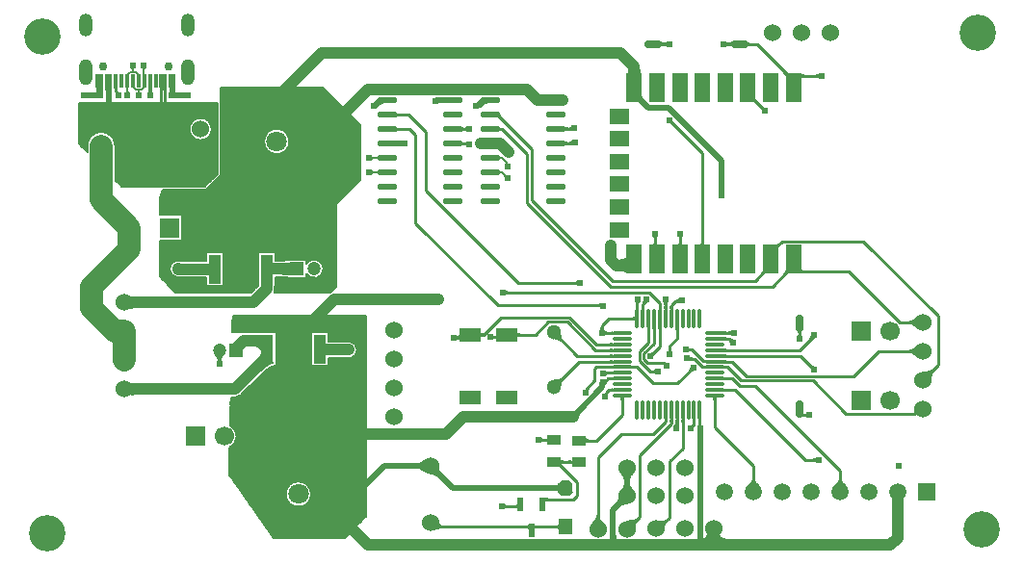
<source format=gtl>
G04*
G04 #@! TF.GenerationSoftware,Altium Limited,Altium Designer,23.3.1 (30)*
G04*
G04 Layer_Physical_Order=1*
G04 Layer_Color=255*
%FSLAX25Y25*%
%MOIN*%
G70*
G04*
G04 #@! TF.SameCoordinates,0926E253-2B7E-4DA0-91A0-339D2320E812*
G04*
G04*
G04 #@! TF.FilePolarity,Positive*
G04*
G01*
G75*
%ADD10C,0.01000*%
%ADD19R,0.01181X0.04528*%
%ADD20O,0.01181X0.07087*%
%ADD21O,0.07087X0.01181*%
%ADD22O,0.06870X0.02205*%
%ADD23R,0.05512X0.09843*%
%ADD24R,0.06693X0.05512*%
G04:AMPARAMS|DCode=25|XSize=59.06mil|YSize=25.59mil|CornerRadius=6.4mil|HoleSize=0mil|Usage=FLASHONLY|Rotation=180.000|XOffset=0mil|YOffset=0mil|HoleType=Round|Shape=RoundedRectangle|*
%AMROUNDEDRECTD25*
21,1,0.05906,0.01280,0,0,180.0*
21,1,0.04626,0.02559,0,0,180.0*
1,1,0.01280,-0.02313,0.00640*
1,1,0.01280,0.02313,0.00640*
1,1,0.01280,0.02313,-0.00640*
1,1,0.01280,-0.02313,-0.00640*
%
%ADD25ROUNDEDRECTD25*%
G04:AMPARAMS|DCode=26|XSize=59.06mil|YSize=25.59mil|CornerRadius=6.4mil|HoleSize=0mil|Usage=FLASHONLY|Rotation=270.000|XOffset=0mil|YOffset=0mil|HoleType=Round|Shape=RoundedRectangle|*
%AMROUNDEDRECTD26*
21,1,0.05906,0.01280,0,0,270.0*
21,1,0.04626,0.02559,0,0,270.0*
1,1,0.01280,-0.00640,-0.02313*
1,1,0.01280,-0.00640,0.02313*
1,1,0.01280,0.00640,0.02313*
1,1,0.01280,0.00640,-0.02313*
%
%ADD26ROUNDEDRECTD26*%
%ADD27R,0.05000X0.03500*%
G04:AMPARAMS|DCode=28|XSize=55mil|YSize=50mil|CornerRadius=0mil|HoleSize=0mil|Usage=FLASHONLY|Rotation=90.000|XOffset=0mil|YOffset=0mil|HoleType=Round|Shape=Octagon|*
%AMOCTAGOND28*
4,1,8,0.01250,0.02750,-0.01250,0.02750,-0.02500,0.01500,-0.02500,-0.01500,-0.01250,-0.02750,0.01250,-0.02750,0.02500,-0.01500,0.02500,0.01500,0.01250,0.02750,0.0*
%
%ADD28OCTAGOND28*%

%ADD29R,0.05000X0.05500*%
%ADD30R,0.01968X0.04724*%
%ADD31R,0.04331X0.09843*%
%ADD32R,0.14173X0.09213*%
%ADD33R,0.01180X0.04520*%
%ADD34R,0.01181X0.04528*%
%ADD35R,0.01180X0.04520*%
%ADD36R,0.07480X0.05118*%
%ADD71C,0.00500*%
%ADD72C,0.02000*%
%ADD73C,0.08000*%
%ADD74C,0.04000*%
%ADD75C,0.06000*%
%ADD76C,0.06693*%
%ADD77R,0.06693X0.06693*%
%ADD78C,0.05118*%
%ADD79C,0.05906*%
%ADD80R,0.05906X0.05906*%
%ADD81R,0.07087X0.07087*%
%ADD82C,0.07087*%
%ADD83R,0.04724X0.04724*%
%ADD84C,0.04724*%
%ADD85O,0.04724X0.09055*%
%ADD86O,0.04724X0.07874*%
%ADD87C,0.02953*%
%ADD88C,0.12598*%
%ADD89C,0.02400*%
G36*
X405812Y407502D02*
X405807Y407597D01*
X405780Y407682D01*
X405730Y407756D01*
X405659Y407821D01*
X405564Y407876D01*
X405447Y407920D01*
X405308Y407955D01*
X405146Y407980D01*
X404962Y407995D01*
X404785Y407999D01*
X404690Y407997D01*
X404574Y407986D01*
X404464Y407969D01*
X404360Y407946D01*
X404262Y407915D01*
X404170Y407878D01*
X404083Y407833D01*
X404002Y407782D01*
X403927Y407725D01*
X403857Y407660D01*
Y409340D01*
X403927Y409275D01*
X404002Y409218D01*
X404083Y409167D01*
X404170Y409122D01*
X404262Y409085D01*
X404360Y409054D01*
X404464Y409031D01*
X404574Y409014D01*
X404690Y409003D01*
X404784Y409001D01*
X404926Y409004D01*
X405086Y409018D01*
X405234Y409041D01*
X405370Y409073D01*
X405494Y409114D01*
X405607Y409164D01*
X405709Y409223D01*
X405798Y409291D01*
X405876Y409368D01*
X405943Y409454D01*
X405812Y407502D01*
D02*
G37*
G36*
X381602Y409368D02*
X381680Y409291D01*
X381770Y409223D01*
X381871Y409164D01*
X381984Y409114D01*
X382109Y409073D01*
X382245Y409041D01*
X382393Y409018D01*
X382552Y409004D01*
X382706Y409000D01*
X382810Y409003D01*
X382926Y409014D01*
X383036Y409031D01*
X383140Y409054D01*
X383238Y409085D01*
X383330Y409122D01*
X383417Y409167D01*
X383498Y409218D01*
X383574Y409275D01*
X383643Y409340D01*
Y407660D01*
X383574Y407725D01*
X383498Y407782D01*
X383417Y407833D01*
X383330Y407878D01*
X383238Y407915D01*
X383140Y407946D01*
X383036Y407969D01*
X382926Y407986D01*
X382810Y407997D01*
X382705Y408000D01*
X382516Y407995D01*
X382332Y407980D01*
X382170Y407955D01*
X382031Y407920D01*
X381914Y407876D01*
X381820Y407821D01*
X381748Y407756D01*
X381699Y407682D01*
X381672Y407597D01*
X381667Y407502D01*
X381536Y409454D01*
X381602Y409368D01*
D02*
G37*
G36*
X411537Y409261D02*
X411571Y409178D01*
X411628Y409104D01*
X411708Y409039D01*
X411810Y408985D01*
X411935Y408941D01*
X412082Y408906D01*
X412253Y408882D01*
X412446Y408867D01*
X412662Y408862D01*
Y407862D01*
X412446Y407857D01*
X412253Y407842D01*
X412082Y407817D01*
X411935Y407783D01*
X411810Y407738D01*
X411708Y407684D01*
X411628Y407620D01*
X411571Y407546D01*
X411537Y407462D01*
X411526Y407369D01*
Y409355D01*
X411537Y409261D01*
D02*
G37*
G36*
X203290Y400278D02*
X203110Y400039D01*
X203036Y399926D01*
X202974Y399816D01*
X202923Y399710D01*
X202884Y399608D01*
X202856Y399511D01*
X202839Y399417D01*
X202833Y399327D01*
X202333Y399291D01*
X202327Y399386D01*
X202309Y399482D01*
X202278Y399580D01*
X202235Y399677D01*
X202180Y399777D01*
X202113Y399876D01*
X202033Y399977D01*
X201942Y400079D01*
X201838Y400182D01*
X201721Y400286D01*
X203397Y400403D01*
X203290Y400278D01*
D02*
G37*
G36*
X199416Y400143D02*
X199228Y399921D01*
X199151Y399813D01*
X199086Y399708D01*
X199033Y399606D01*
X198992Y399506D01*
X198962Y399408D01*
X198955Y399368D01*
X198959Y399346D01*
X198984Y399271D01*
X199019Y399206D01*
X199064Y399151D01*
X199119Y399106D01*
X199184Y399071D01*
X199259Y399046D01*
X199344Y399031D01*
X199439Y399026D01*
X198689Y398526D01*
X197939Y399026D01*
X198034Y399031D01*
X198119Y399046D01*
X198194Y399071D01*
X198259Y399106D01*
X198314Y399151D01*
X198359Y399206D01*
X198394Y399271D01*
X198419Y399346D01*
X198423Y399367D01*
X198415Y399407D01*
X198386Y399505D01*
X198344Y399605D01*
X198291Y399707D01*
X198226Y399812D01*
X198150Y399919D01*
X198061Y400029D01*
X197848Y400254D01*
X199528Y400258D01*
X199416Y400143D01*
D02*
G37*
G36*
X374198Y400353D02*
X374287Y399020D01*
X374327Y398805D01*
X374375Y398639D01*
X374431Y398519D01*
X374494Y398448D01*
X374564Y398424D01*
X369825D01*
X369896Y398448D01*
X369958Y398519D01*
X370014Y398639D01*
X370062Y398805D01*
X370102Y399020D01*
X370135Y399282D01*
X370180Y399948D01*
X370195Y400806D01*
X374195D01*
X374198Y400353D01*
D02*
G37*
G36*
X202836Y398317D02*
X202843Y398231D01*
X202856Y398154D01*
X202873Y398088D01*
X202896Y398031D01*
X202923Y397985D01*
X202956Y397949D01*
X202993Y397923D01*
X203036Y397908D01*
X203083Y397902D01*
X202088Y397914D01*
X202135Y397919D01*
X202176Y397934D01*
X202213Y397959D01*
X202245Y397994D01*
X202272Y398039D01*
X202294Y398094D01*
X202311Y398159D01*
X202323Y398234D01*
X202331Y398319D01*
X202333Y398414D01*
X202833D01*
X202836Y398317D01*
D02*
G37*
G36*
X424774Y398948D02*
X425141Y398637D01*
X425304Y398524D01*
X425453Y398439D01*
X425587Y398383D01*
X425707Y398354D01*
X425813D01*
X425905Y398383D01*
X425983Y398439D01*
X424569Y397025D01*
X424625Y397103D01*
X424653Y397195D01*
Y397301D01*
X424625Y397421D01*
X424569Y397555D01*
X424484Y397704D01*
X424371Y397867D01*
X424229Y398043D01*
X423862Y398439D01*
X424569Y399146D01*
X424774Y398948D01*
D02*
G37*
G36*
X436143Y396660D02*
X436073Y396725D01*
X435998Y396782D01*
X435917Y396833D01*
X435830Y396878D01*
X435738Y396915D01*
X435640Y396946D01*
X435536Y396969D01*
X435426Y396986D01*
X435310Y396997D01*
X435189Y397000D01*
Y398000D01*
X435310Y398003D01*
X435426Y398014D01*
X435536Y398031D01*
X435640Y398054D01*
X435738Y398085D01*
X435830Y398122D01*
X435917Y398167D01*
X435998Y398218D01*
X436073Y398275D01*
X436143Y398340D01*
Y396660D01*
D02*
G37*
G36*
X430066Y398356D02*
X430096Y398281D01*
X430146Y398215D01*
X430216Y398158D01*
X430306Y398110D01*
X430416Y398070D01*
X430546Y398040D01*
X430696Y398018D01*
X430866Y398004D01*
X431056Y398000D01*
Y397000D01*
X430865Y396995D01*
X430693Y396980D01*
X430542Y396955D01*
X430410Y396920D01*
X430299Y396875D01*
X430208Y396820D01*
X430137Y396755D01*
X430086Y396680D01*
X430055Y396595D01*
X430044Y396500D01*
X430056Y398439D01*
X430066Y398356D01*
D02*
G37*
G36*
X190289Y396215D02*
X190307Y396206D01*
X190349Y396193D01*
X190403Y396182D01*
X190470Y396172D01*
X190638Y396160D01*
X190856Y396156D01*
Y395156D01*
X190741Y395155D01*
X190403Y395130D01*
X190349Y395118D01*
X190307Y395105D01*
X190289Y395096D01*
Y395052D01*
X190283Y395072D01*
X190271Y395084D01*
X190258Y395072D01*
X190252Y395052D01*
Y395096D01*
X190234Y395105D01*
X190191Y395118D01*
X190136Y395130D01*
X190068Y395139D01*
X189895Y395152D01*
X189674Y395156D01*
Y396156D01*
X189791Y396157D01*
X190136Y396182D01*
X190191Y396193D01*
X190234Y396207D01*
X190252Y396216D01*
Y396259D01*
X190258Y396239D01*
X190271Y396228D01*
X190283Y396240D01*
X190289Y396259D01*
Y396215D01*
D02*
G37*
G36*
X197274Y393399D02*
X197232Y393384D01*
X197194Y393359D01*
X197162Y393324D01*
X197134Y393279D01*
X197112Y393224D01*
X197094Y393159D01*
X197082Y393084D01*
X197074Y392999D01*
X197072Y392904D01*
X196572D01*
X196569Y392999D01*
X196562Y393084D01*
X196549Y393159D01*
X196532Y393224D01*
X196509Y393279D01*
X196482Y393324D01*
X196449Y393359D01*
X196412Y393384D01*
X196369Y393399D01*
X196322Y393404D01*
X197322D01*
X197274Y393399D01*
D02*
G37*
G36*
X188252Y393394D02*
X188223Y393364D01*
X188198Y393314D01*
X188176Y393244D01*
X188157Y393154D01*
X188142Y393044D01*
X188122Y392764D01*
X188115Y392404D01*
X188032D01*
X188115Y392384D01*
X188118Y392263D01*
X188137Y392035D01*
X188155Y391929D01*
X188177Y391827D01*
X188204Y391730D01*
X188236Y391638D01*
X188273Y391550D01*
X188315Y391467D01*
X188362Y391390D01*
X186721Y391750D01*
X186796Y391803D01*
X186863Y391864D01*
X186922Y391933D01*
X186973Y392009D01*
X187017Y392093D01*
X187052Y392184D01*
X187080Y392284D01*
X187099Y392391D01*
X187111Y392506D01*
X187115Y392628D01*
X187118Y392627D01*
X187127Y393404D01*
X188284D01*
X188252Y393394D01*
D02*
G37*
G36*
X209135Y393410D02*
X209122Y393380D01*
X209110Y393330D01*
X209100Y393260D01*
X209084Y393060D01*
X209072Y392420D01*
X208072D01*
X208071Y392610D01*
X208021Y393380D01*
X208008Y393410D01*
X207993Y393420D01*
X209150D01*
X209135Y393410D01*
D02*
G37*
G36*
X210316Y393410D02*
X210303Y393380D01*
X210291Y393330D01*
X210281Y393260D01*
X210265Y393060D01*
X210253Y392420D01*
X209253D01*
X209252Y392610D01*
X209202Y393380D01*
X209189Y393410D01*
X209174Y393420D01*
X210331D01*
X210316Y393410D01*
D02*
G37*
G36*
X193385Y393394D02*
X193369Y393364D01*
X193355Y393314D01*
X193343Y393244D01*
X193333Y393154D01*
X193314Y392764D01*
X193310Y392404D01*
X192310D01*
X192309Y392594D01*
X192257Y393394D01*
X192245Y393404D01*
X193402D01*
X193385Y393394D01*
D02*
G37*
G36*
X191420Y393394D02*
X191406Y393364D01*
X191394Y393314D01*
X191384Y393244D01*
X191368Y393044D01*
X191357Y392594D01*
X191356Y392404D01*
X190356D01*
X190355Y392594D01*
X190306Y393364D01*
X190292Y393394D01*
X190278Y393404D01*
X191435D01*
X191420Y393394D01*
D02*
G37*
G36*
X187088Y393394D02*
X187075Y393364D01*
X187063Y393314D01*
X187053Y393244D01*
X187037Y393044D01*
X187025Y392404D01*
X186025D01*
X186024Y392594D01*
X185974Y393364D01*
X185961Y393394D01*
X185946Y393404D01*
X187103D01*
X187088Y393394D01*
D02*
G37*
G36*
X190237Y393393D02*
X190224Y393363D01*
X190212Y393314D01*
X190202Y393244D01*
X190186Y393043D01*
X190174Y392404D01*
X189174D01*
X189173Y392594D01*
X189123Y393363D01*
X189110Y393393D01*
X189095Y393404D01*
X190252D01*
X190237Y393393D01*
D02*
G37*
G36*
X205196Y393394D02*
X205181Y393364D01*
X205168Y393314D01*
X205156Y393244D01*
X205146Y393154D01*
X205127Y392764D01*
X205124Y392465D01*
X205127Y392366D01*
X205137Y392250D01*
X205154Y392140D01*
X205178Y392036D01*
X205208Y391937D01*
X205245Y391845D01*
X205289Y391758D01*
X205339Y391676D01*
X205397Y391600D01*
X205461Y391530D01*
X203781Y391545D01*
X203846Y391614D01*
X203904Y391689D01*
X203956Y391770D01*
X204000Y391856D01*
X204038Y391948D01*
X204069Y392046D01*
X204093Y392150D01*
X204110Y392260D01*
X204120Y392375D01*
X204123Y392486D01*
X204123Y392594D01*
X204069Y393394D01*
X204056Y393404D01*
X205213D01*
X205196Y393394D01*
D02*
G37*
G36*
X197078Y392432D02*
X197096Y392336D01*
X197126Y392239D01*
X197169Y392140D01*
X197223Y392040D01*
X197290Y391939D01*
X197369Y391836D01*
X197460Y391732D01*
X197563Y391627D01*
X197678Y391520D01*
X196000Y391435D01*
X196109Y391557D01*
X196292Y391791D01*
X196366Y391903D01*
X196429Y392011D01*
X196480Y392116D01*
X196520Y392218D01*
X196549Y392316D01*
X196566Y392410D01*
X196572Y392501D01*
X197072Y392527D01*
X197078Y392432D01*
D02*
G37*
G36*
X373606Y392100D02*
X373377Y391797D01*
X373322Y391709D01*
X373276Y391627D01*
X373240Y391551D01*
X373215Y391482D01*
X373200Y391419D01*
X373195Y391362D01*
X371195D01*
X371189Y391419D01*
X371174Y391482D01*
X371149Y391551D01*
X371113Y391627D01*
X371068Y391709D01*
X371011Y391797D01*
X370869Y391993D01*
X370686Y392214D01*
X373703D01*
X373606Y392100D01*
D02*
G37*
G36*
X201448Y392292D02*
X201353Y392287D01*
X201268Y392272D01*
X201193Y392247D01*
X201128Y392212D01*
X201073Y392167D01*
X201043Y392130D01*
X201048Y392120D01*
X201104Y392023D01*
X201173Y391927D01*
X201254Y391831D01*
X201348Y391735D01*
X201454Y391639D01*
X201573Y391543D01*
X199906Y391338D01*
X200009Y391471D01*
X200182Y391723D01*
X200253Y391841D01*
X200312Y391954D01*
X200361Y392062D01*
X200375Y392099D01*
X200368Y392112D01*
X200323Y392167D01*
X200268Y392212D01*
X200203Y392247D01*
X200128Y392272D01*
X200043Y392287D01*
X199948Y392292D01*
X200698Y392792D01*
X201448Y392292D01*
D02*
G37*
G36*
X414241Y389958D02*
X414214Y389867D01*
X414215Y389762D01*
X414245Y389642D01*
X414302Y389508D01*
X414389Y389359D01*
X414503Y389196D01*
X414645Y389019D01*
X415016Y388621D01*
X414308Y387914D01*
X414102Y388113D01*
X413733Y388426D01*
X413570Y388541D01*
X413422Y388627D01*
X413287Y388685D01*
X413167Y388714D01*
X413062Y388715D01*
X412971Y388688D01*
X412894Y388633D01*
X414296Y390035D01*
X414241Y389958D01*
D02*
G37*
G36*
X306722Y387894D02*
X306674Y387906D01*
X306588Y387917D01*
X306306Y387934D01*
X304572Y387957D01*
Y389957D01*
X306722Y390019D01*
Y387894D01*
D02*
G37*
G36*
X321479Y387869D02*
X321344Y387934D01*
X321184Y387953D01*
X320999Y387926D01*
X320789Y387852D01*
X320553Y387733D01*
X320293Y387567D01*
X320008Y387355D01*
X319697Y387097D01*
X319001Y386443D01*
X317766Y388037D01*
X319203Y389507D01*
X321479Y387869D01*
D02*
G37*
G36*
X285501D02*
X285386Y387913D01*
X285246Y387916D01*
X285081Y387877D01*
X284891Y387797D01*
X284677Y387675D01*
X284437Y387512D01*
X284173Y387307D01*
X283572Y386772D01*
X283234Y386443D01*
X281999Y388037D01*
X283327Y389241D01*
X285501Y387869D01*
D02*
G37*
G36*
X374815Y391292D02*
X374759Y391109D01*
X374760Y390897D01*
X374818Y390657D01*
X374932Y390389D01*
X375103Y390091D01*
X375331Y389766D01*
X375615Y389412D01*
X376353Y388618D01*
X374938Y387204D01*
X374527Y387601D01*
X373790Y388225D01*
X373465Y388453D01*
X373168Y388624D01*
X372899Y388738D01*
X372659Y388796D01*
X372447Y388797D01*
X372265Y388742D01*
X372110Y388630D01*
X374926Y391446D01*
X374815Y391292D01*
D02*
G37*
G36*
X416827Y386814D02*
X417003Y386670D01*
X417093Y386609D01*
X417182Y386556D01*
X417273Y386511D01*
X417364Y386473D01*
X417455Y386443D01*
X417547Y386421D01*
X417640Y386406D01*
X416311Y385378D01*
X416319Y385472D01*
X416317Y385564D01*
X416304Y385657D01*
X416282Y385749D01*
X416249Y385840D01*
X416206Y385931D01*
X416153Y386021D01*
X416089Y386111D01*
X416016Y386201D01*
X415933Y386290D01*
X416739Y386897D01*
X416827Y386814D01*
D02*
G37*
G36*
X289724Y384823D02*
X289850Y384746D01*
X289980Y384678D01*
X290115Y384620D01*
X290255Y384570D01*
X290400Y384529D01*
X290549Y384497D01*
X290704Y384475D01*
X290863Y384461D01*
X291027Y384457D01*
Y383457D01*
X290863Y383452D01*
X290704Y383439D01*
X290549Y383416D01*
X290400Y383384D01*
X290255Y383344D01*
X290115Y383294D01*
X289980Y383235D01*
X289850Y383167D01*
X289724Y383090D01*
X289604Y383004D01*
Y384909D01*
X289724Y384823D01*
D02*
G37*
G36*
X325908Y384096D02*
X325942Y383952D01*
X325986Y383812D01*
X326040Y383676D01*
X326103Y383541D01*
X326177Y383410D01*
X326260Y383282D01*
X326354Y383157D01*
X326457Y383034D01*
X326570Y382915D01*
X325863Y382208D01*
X325668Y382396D01*
X325317Y382691D01*
X325162Y382798D01*
X325020Y382877D01*
X324891Y382930D01*
X324775Y382955D01*
X324672Y382954D01*
X324583Y382925D01*
X324507Y382869D01*
X325883Y384241D01*
X325908Y384096D01*
D02*
G37*
G36*
X385740Y381879D02*
X385753Y381785D01*
X385774Y381692D01*
X385804Y381599D01*
X385843Y381508D01*
X385891Y381417D01*
X385948Y381326D01*
X386013Y381237D01*
X386088Y381148D01*
X386171Y381059D01*
X385464Y380352D01*
X385376Y380436D01*
X385287Y380510D01*
X385197Y380576D01*
X385107Y380632D01*
X385016Y380680D01*
X384924Y380719D01*
X384831Y380749D01*
X384738Y380771D01*
X384644Y380783D01*
X384549Y380786D01*
X385737Y381974D01*
X385740Y381879D01*
D02*
G37*
G36*
X325722Y379544D02*
X325747Y379526D01*
X325788Y379510D01*
X325845Y379496D01*
X325919Y379484D01*
X326117Y379466D01*
X326380Y379458D01*
X326536Y379457D01*
Y378457D01*
X326380Y378456D01*
X325845Y378418D01*
X325788Y378404D01*
X325747Y378388D01*
X325722Y378369D01*
X325714Y378349D01*
Y379565D01*
X325722Y379544D01*
D02*
G37*
G36*
X350836Y378317D02*
X350760Y378372D01*
X350679Y378421D01*
X350593Y378465D01*
X350503Y378502D01*
X350407Y378534D01*
X350306Y378561D01*
X350200Y378581D01*
X350089Y378595D01*
X349973Y378604D01*
X349852Y378607D01*
X349713Y379607D01*
X349835Y379611D01*
X349950Y379622D01*
X350058Y379641D01*
X350160Y379667D01*
X350254Y379701D01*
X350342Y379743D01*
X350423Y379791D01*
X350498Y379848D01*
X350565Y379912D01*
X350626Y379983D01*
X350836Y378317D01*
D02*
G37*
G36*
X268654Y378274D02*
X267861Y377452D01*
X266614Y375980D01*
X266160Y375329D01*
X265820Y374735D01*
X265592Y374198D01*
X265478Y373717D01*
X265477Y373294D01*
X265589Y372927D01*
X265814Y372617D01*
X262294Y376136D01*
X258775Y372617D01*
X259000Y372927D01*
X259112Y373294D01*
X259111Y373717D01*
X258997Y374198D01*
X258769Y374735D01*
X258429Y375329D01*
X257975Y375980D01*
X257408Y376688D01*
X255935Y378274D01*
X258763Y381102D01*
X259584Y380309D01*
X261057Y379062D01*
X261707Y378608D01*
X262294Y378272D01*
X262881Y378608D01*
X263532Y379062D01*
X264240Y379629D01*
X265826Y381102D01*
X268654Y378274D01*
D02*
G37*
G36*
X312337Y379827D02*
X312458Y379754D01*
X312585Y379689D01*
X312718Y379633D01*
X312856Y379586D01*
X313001Y379547D01*
X313151Y379517D01*
X313307Y379496D01*
X313385Y379489D01*
X313416Y379492D01*
X313526Y379509D01*
X313630Y379534D01*
X313727Y379565D01*
X313819Y379603D01*
X313905Y379648D01*
X313985Y379700D01*
X314060Y379759D01*
X314128Y379824D01*
X314158Y378145D01*
X314088Y378208D01*
X314012Y378265D01*
X313930Y378315D01*
X313842Y378358D01*
X313749Y378395D01*
X313650Y378425D01*
X313546Y378448D01*
X313436Y378465D01*
X313417Y378467D01*
X313336Y378459D01*
X313183Y378436D01*
X313034Y378402D01*
X312889Y378360D01*
X312748Y378308D01*
X312611Y378246D01*
X312477Y378175D01*
X312348Y378094D01*
X312222Y378004D01*
Y379909D01*
X312337Y379827D01*
D02*
G37*
G36*
X348073Y379852D02*
X348168Y379800D01*
X348274Y379755D01*
X348390Y379716D01*
X348517Y379682D01*
X348655Y379655D01*
X348804Y379634D01*
X349133Y379610D01*
X349314Y379607D01*
X349474Y378607D01*
X349210Y378602D01*
X348767Y378563D01*
X348588Y378528D01*
X348438Y378484D01*
X348316Y378431D01*
X348223Y378367D01*
X348159Y378293D01*
X348123Y378210D01*
X348115Y378116D01*
X347989Y379909D01*
X348073Y379852D01*
D02*
G37*
G36*
X289724Y379823D02*
X289850Y379746D01*
X289980Y379678D01*
X290115Y379620D01*
X290255Y379570D01*
X290400Y379529D01*
X290549Y379497D01*
X290704Y379475D01*
X290863Y379461D01*
X291027Y379457D01*
Y378457D01*
X290863Y378452D01*
X290704Y378439D01*
X290549Y378416D01*
X290400Y378384D01*
X290255Y378344D01*
X290115Y378294D01*
X289980Y378235D01*
X289850Y378167D01*
X289724Y378090D01*
X289604Y378004D01*
Y379909D01*
X289724Y379823D01*
D02*
G37*
G36*
X209072Y377688D02*
X209085Y377519D01*
X209124Y377321D01*
X209189Y377094D01*
X209280Y376838D01*
X209311Y376766D01*
X209399Y376850D01*
X210106Y376143D01*
X210013Y376042D01*
X209937Y375943D01*
X209880Y375847D01*
X209840Y375752D01*
X209823Y375686D01*
X209905Y375525D01*
X210374Y374695D01*
X206320Y375795D01*
X206653Y375993D01*
X206951Y376195D01*
X207214Y376402D01*
X207441Y376613D01*
X207634Y376827D01*
X207791Y377046D01*
X207914Y377270D01*
X208002Y377497D01*
X208054Y377728D01*
X208072Y377964D01*
X209072Y377688D01*
D02*
G37*
G36*
X351068Y373431D02*
X350990Y373480D01*
X350908Y373523D01*
X350820Y373562D01*
X350728Y373595D01*
X350631Y373623D01*
X350530Y373646D01*
X350423Y373664D01*
X350196Y373685D01*
X350075Y373687D01*
X349851Y374687D01*
X349974Y374691D01*
X350089Y374703D01*
X350196Y374722D01*
X350296Y374750D01*
X350388Y374785D01*
X350472Y374828D01*
X350550Y374879D01*
X350619Y374938D01*
X350682Y375004D01*
X350736Y375078D01*
X351068Y373431D01*
D02*
G37*
G36*
X190895Y380809D02*
X192577Y379399D01*
X193389Y378823D01*
X194184Y378333D01*
X194960Y377929D01*
X195717Y377612D01*
X196456Y377381D01*
X197177Y377235D01*
X197879Y377176D01*
X196910Y376208D01*
X197323Y376180D01*
X197756Y376177D01*
X194787Y373207D01*
X194783Y373640D01*
X194756Y374053D01*
X193787Y373085D01*
X193728Y373787D01*
X193583Y374508D01*
X193352Y375247D01*
X193034Y376004D01*
X192631Y376780D01*
X192141Y377574D01*
X191565Y378387D01*
X190903Y379218D01*
X189320Y380936D01*
X190027Y381644D01*
X190895Y380809D01*
D02*
G37*
G36*
X348054Y374867D02*
X348132Y374829D01*
X348224Y374796D01*
X348330Y374767D01*
X348449Y374743D01*
X348583Y374723D01*
X348890Y374696D01*
X349253Y374687D01*
X349503Y373687D01*
X349247Y373682D01*
X348818Y373643D01*
X348647Y373608D01*
X348504Y373564D01*
X348389Y373510D01*
X348302Y373446D01*
X348244Y373372D01*
X348215Y373288D01*
X348213Y373195D01*
X347989Y374909D01*
X348054Y374867D01*
D02*
G37*
G36*
X312239Y374798D02*
X312283Y374715D01*
X312355Y374642D01*
X312456Y374578D01*
X312585Y374524D01*
X312744Y374480D01*
X312932Y374445D01*
X313148Y374421D01*
X313394Y374406D01*
X313456Y374405D01*
X313565Y374414D01*
X313675Y374430D01*
X313780Y374453D01*
X313879Y374482D01*
X313973Y374518D01*
X314062Y374560D01*
X314145Y374608D01*
X314223Y374663D01*
X314295Y374725D01*
X314217Y373046D01*
X314151Y373114D01*
X314078Y373174D01*
X313999Y373227D01*
X313914Y373273D01*
X313824Y373312D01*
X313727Y373344D01*
X313623Y373369D01*
X313514Y373387D01*
X313426Y373395D01*
X313124Y373365D01*
X312974Y373338D01*
X312830Y373302D01*
X312694Y373258D01*
X312565Y373207D01*
X312444Y373147D01*
X312329Y373080D01*
X312222Y373004D01*
X312225Y374892D01*
X312239Y374798D01*
D02*
G37*
G36*
X291347Y375016D02*
X291619Y373016D01*
X289339Y372894D01*
Y375019D01*
X291347Y375016D01*
D02*
G37*
G36*
X283418Y368483D02*
X283413Y368530D01*
X283395Y368571D01*
X283366Y368608D01*
X283324Y368640D01*
X283270Y368667D01*
X283205Y368689D01*
X283126Y368706D01*
X283036Y368719D01*
X282934Y368726D01*
X282819Y368728D01*
X282825Y369228D01*
X282940Y369231D01*
X283135Y369250D01*
X283214Y369268D01*
X283281Y369290D01*
X283336Y369317D01*
X283379Y369349D01*
X283410Y369385D01*
X283429Y369427D01*
X283436Y369474D01*
X283418Y368483D01*
D02*
G37*
G36*
X325789Y369406D02*
X325807Y369364D01*
X325837Y369327D01*
X325880Y369295D01*
X325934Y369268D01*
X326001Y369246D01*
X326079Y369229D01*
X326170Y369216D01*
X326273Y369209D01*
X326388Y369207D01*
Y368707D01*
X326273Y368704D01*
X326079Y368685D01*
X326001Y368668D01*
X325934Y368645D01*
X325880Y368618D01*
X325837Y368586D01*
X325807Y368550D01*
X325789Y368508D01*
X325783Y368461D01*
Y369452D01*
X325789Y369406D01*
D02*
G37*
G36*
X281259Y369711D02*
X281476Y369520D01*
X281582Y369443D01*
X281686Y369377D01*
X281787Y369324D01*
X281887Y369282D01*
X281984Y369252D01*
X282080Y369234D01*
X282173Y369228D01*
X282164Y368728D01*
X282072Y368723D01*
X281977Y368705D01*
X281879Y368676D01*
X281779Y368635D01*
X281676Y368582D01*
X281569Y368518D01*
X281460Y368442D01*
X281349Y368355D01*
X281117Y368145D01*
X281147Y369824D01*
X281259Y369711D01*
D02*
G37*
G36*
X265535Y371171D02*
X265274Y371051D01*
X265045Y370851D01*
X264846Y370571D01*
X264677Y370211D01*
X264539Y369771D01*
X264432Y369251D01*
X264356Y368651D01*
X264310Y367971D01*
X264294Y367211D01*
X260294D01*
X260279Y367971D01*
X260157Y369251D01*
X260049Y369771D01*
X259912Y370211D01*
X259743Y370571D01*
X259544Y370851D01*
X259314Y371051D01*
X259054Y371171D01*
X258763Y371211D01*
X265826D01*
X265535Y371171D01*
D02*
G37*
G36*
X283401Y363524D02*
X283398Y363570D01*
X283382Y363612D01*
X283354Y363649D01*
X283314Y363681D01*
X283261Y363707D01*
X283196Y363730D01*
X283119Y363747D01*
X283030Y363759D01*
X282928Y363766D01*
X282814Y363769D01*
X282838Y364269D01*
X282953Y364271D01*
X283147Y364291D01*
X283227Y364308D01*
X283294Y364330D01*
X283350Y364356D01*
X283394Y364388D01*
X283426Y364424D01*
X283447Y364465D01*
X283455Y364511D01*
X283401Y363524D01*
D02*
G37*
G36*
X325789Y364405D02*
X325807Y364364D01*
X325837Y364327D01*
X325880Y364295D01*
X325934Y364268D01*
X326001Y364246D01*
X326079Y364229D01*
X326170Y364216D01*
X326273Y364209D01*
X326388Y364207D01*
Y363707D01*
X326273Y363704D01*
X326079Y363685D01*
X326001Y363667D01*
X325934Y363645D01*
X325880Y363618D01*
X325837Y363586D01*
X325807Y363550D01*
X325789Y363508D01*
X325783Y363461D01*
Y364452D01*
X325789Y364405D01*
D02*
G37*
G36*
X281541Y364760D02*
X281750Y364566D01*
X281853Y364487D01*
X281954Y364421D01*
X282054Y364366D01*
X282153Y364323D01*
X282250Y364293D01*
X282346Y364275D01*
X282441Y364269D01*
X282414Y363769D01*
X282323Y363763D01*
X282229Y363746D01*
X282131Y363718D01*
X282030Y363678D01*
X281925Y363626D01*
X281817Y363563D01*
X281705Y363489D01*
X281589Y363403D01*
X281348Y363198D01*
X281435Y364876D01*
X281541Y364760D01*
D02*
G37*
G36*
X327400Y363410D02*
X327480Y363355D01*
X327570Y363307D01*
X327670Y363265D01*
X327780Y363231D01*
X327900Y363202D01*
X328030Y363181D01*
X328170Y363166D01*
X328481Y363156D01*
X327293Y361968D01*
X327291Y362128D01*
X327268Y362418D01*
X327246Y362548D01*
X327218Y362668D01*
X327183Y362778D01*
X327141Y362878D01*
X327093Y362968D01*
X327038Y363048D01*
X326977Y363118D01*
X327330Y363472D01*
X327400Y363410D01*
D02*
G37*
G36*
X388953Y341891D02*
X388895Y341815D01*
X388844Y341735D01*
X388800Y341648D01*
X388763Y341555D01*
X388732Y341457D01*
X388708Y341353D01*
X388691Y341243D01*
X388681Y341128D01*
X388678Y341006D01*
X387678D01*
X387674Y341128D01*
X387664Y341243D01*
X387647Y341353D01*
X387623Y341457D01*
X387593Y341555D01*
X387555Y341648D01*
X387511Y341735D01*
X387460Y341815D01*
X387402Y341891D01*
X387338Y341960D01*
X389018D01*
X388953Y341891D01*
D02*
G37*
G36*
X380240Y341888D02*
X380189Y341807D01*
X380145Y341722D01*
X380106Y341631D01*
X380074Y341536D01*
X380047Y341435D01*
X380027Y341329D01*
X380012Y341219D01*
X380003Y341103D01*
X380000Y340982D01*
X379000Y340857D01*
X378996Y340979D01*
X378985Y341094D01*
X378966Y341202D01*
X378940Y341304D01*
X378907Y341399D01*
X378866Y341487D01*
X378817Y341569D01*
X378761Y341644D01*
X378698Y341712D01*
X378627Y341774D01*
X380296Y341963D01*
X380240Y341888D01*
D02*
G37*
G36*
X380005Y339792D02*
X380020Y339620D01*
X380045Y339468D01*
X380080Y339337D01*
X380125Y339225D01*
X380180Y339134D01*
X380245Y339063D01*
X380320Y339013D01*
X380405Y338982D01*
X380500Y338972D01*
X378500D01*
X378595Y338982D01*
X378680Y339013D01*
X378755Y339063D01*
X378820Y339134D01*
X378875Y339225D01*
X378920Y339337D01*
X378955Y339468D01*
X378980Y339620D01*
X378995Y339792D01*
X379000Y339984D01*
X380000D01*
X380005Y339792D01*
D02*
G37*
G36*
X396322Y339790D02*
X396337Y339618D01*
X396361Y339466D01*
X396396Y339335D01*
X396442Y339223D01*
X396497Y339132D01*
X396562Y339061D01*
X396637Y339011D01*
X396722Y338980D01*
X396816Y338970D01*
X394816D01*
X394912Y338980D01*
X394997Y339011D01*
X395072Y339061D01*
X395136Y339132D01*
X395192Y339223D01*
X395236Y339335D01*
X395271Y339466D01*
X395297Y339618D01*
X395311Y339790D01*
X395317Y339982D01*
X396317D01*
X396322Y339790D01*
D02*
G37*
G36*
X388683Y339787D02*
X388698Y339615D01*
X388723Y339463D01*
X388758Y339332D01*
X388803Y339220D01*
X388858Y339129D01*
X388923Y339058D01*
X388998Y339008D01*
X389083Y338977D01*
X389178Y338967D01*
X387178D01*
X387273Y338977D01*
X387358Y339008D01*
X387433Y339058D01*
X387498Y339129D01*
X387553Y339220D01*
X387598Y339332D01*
X387633Y339463D01*
X387658Y339615D01*
X387673Y339787D01*
X387678Y339979D01*
X388678D01*
X388683Y339787D01*
D02*
G37*
G36*
X422890Y338983D02*
X422692Y338778D01*
X422380Y338410D01*
X422267Y338248D01*
X422182Y338099D01*
X422126Y337965D01*
X422098Y337845D01*
Y337739D01*
X422126Y337647D01*
X422182Y337569D01*
X420768Y338983D01*
X420846Y338927D01*
X420938Y338898D01*
X421044D01*
X421164Y338927D01*
X421299Y338983D01*
X421447Y339068D01*
X421610Y339181D01*
X421786Y339323D01*
X422182Y339690D01*
X422890Y338983D01*
D02*
G37*
G36*
X418109Y329177D02*
X418032Y329232D01*
X417941Y329259D01*
X417836Y329258D01*
X417716Y329228D01*
X417582Y329171D01*
X417433Y329085D01*
X417270Y328970D01*
X417093Y328828D01*
X416695Y328458D01*
X415987Y329165D01*
X416187Y329371D01*
X416500Y329740D01*
X416615Y329903D01*
X416701Y330052D01*
X416758Y330186D01*
X416788Y330306D01*
X416789Y330411D01*
X416762Y330502D01*
X416707Y330579D01*
X418109Y329177D01*
D02*
G37*
G36*
X425983Y329176D02*
X425906Y329231D01*
X425815Y329258D01*
X425710Y329257D01*
X425590Y329228D01*
X425456Y329170D01*
X425307Y329084D01*
X425144Y328969D01*
X424966Y328827D01*
X424569Y328457D01*
X423862Y329164D01*
X424061Y329370D01*
X424374Y329739D01*
X424489Y329902D01*
X424575Y330051D01*
X424632Y330185D01*
X424662Y330305D01*
X424663Y330410D01*
X424636Y330501D01*
X424581Y330578D01*
X425983Y329176D01*
D02*
G37*
G36*
X369451Y329172D02*
X369415Y329286D01*
X369310Y329388D01*
X369134Y329478D01*
X368888Y329556D01*
X368572Y329622D01*
X368186Y329677D01*
X367202Y329749D01*
X365937Y329773D01*
Y333773D01*
X366606Y333788D01*
X367205Y333833D01*
X367734Y333909D01*
X368192Y334015D01*
X368580Y334151D01*
X368897Y334318D01*
X369144Y334514D01*
X369321Y334741D01*
X369427Y334999D01*
X369463Y335286D01*
X369451Y329172D01*
D02*
G37*
G36*
X430066Y330557D02*
X430096Y330472D01*
X430146Y330397D01*
X430216Y330332D01*
X430306Y330277D01*
X430416Y330232D01*
X430546Y330197D01*
X430696Y330172D01*
X430866Y330157D01*
X431056Y330152D01*
Y329152D01*
X430056Y329164D01*
Y330652D01*
X430066Y330557D01*
D02*
G37*
G36*
X253226Y328279D02*
X253186Y328335D01*
X253066Y328385D01*
X252867Y328429D01*
X252587Y328468D01*
X251786Y328527D01*
X249226Y328574D01*
Y332574D01*
X249987Y332578D01*
X252867Y332772D01*
X253066Y332833D01*
X253186Y332902D01*
X253226Y332979D01*
Y328279D01*
D02*
G37*
G36*
X352491Y324770D02*
X352421Y324834D01*
X352346Y324892D01*
X352265Y324943D01*
X352178Y324988D01*
X352086Y325025D01*
X351987Y325056D01*
X351883Y325079D01*
X351774Y325096D01*
X351658Y325107D01*
X351537Y325110D01*
Y326110D01*
X351658Y326113D01*
X351774Y326123D01*
X351883Y326140D01*
X351987Y326164D01*
X352086Y326195D01*
X352178Y326232D01*
X352265Y326276D01*
X352346Y326327D01*
X352421Y326385D01*
X352491Y326450D01*
Y324770D01*
D02*
G37*
G36*
X327789Y323138D02*
X327864Y323080D01*
X327945Y323029D01*
X328032Y322985D01*
X328125Y322948D01*
X328223Y322917D01*
X328327Y322893D01*
X328437Y322876D01*
X328552Y322866D01*
X328674Y322863D01*
Y321863D01*
X328552Y321859D01*
X328437Y321849D01*
X328327Y321832D01*
X328223Y321808D01*
X328125Y321778D01*
X328032Y321740D01*
X327945Y321696D01*
X327864Y321645D01*
X327789Y321587D01*
X327720Y321523D01*
Y323203D01*
X327789Y323138D01*
D02*
G37*
G36*
X387980Y318729D02*
X387902Y318776D01*
X387819Y318817D01*
X387732Y318853D01*
X387640Y318885D01*
X387543Y318911D01*
X387441Y318933D01*
X387334Y318950D01*
X387107Y318969D01*
X386986Y318972D01*
X386731Y319972D01*
X386853Y319976D01*
X386968Y319988D01*
X387075Y320007D01*
X387174Y320035D01*
X387265Y320071D01*
X387349Y320114D01*
X387424Y320165D01*
X387492Y320225D01*
X387553Y320292D01*
X387605Y320367D01*
X387980Y318729D01*
D02*
G37*
G36*
X376605Y318805D02*
X376512Y318792D01*
X376419Y318772D01*
X376327Y318744D01*
X376235Y318708D01*
X376144Y318665D01*
X376054Y318613D01*
X375964Y318553D01*
X375875Y318486D01*
X375787Y318410D01*
X375700Y318327D01*
X374916Y318957D01*
X374999Y319046D01*
X375073Y319135D01*
X375137Y319225D01*
X375191Y319316D01*
X375235Y319407D01*
X375269Y319498D01*
X375293Y319591D01*
X375308Y319684D01*
X375312Y319777D01*
X375307Y319871D01*
X376605Y318805D01*
D02*
G37*
G36*
X374106Y319174D02*
X374039Y319107D01*
X373979Y319034D01*
X373927Y318955D01*
X373881Y318870D01*
X373842Y318778D01*
X373810Y318681D01*
X373785Y318578D01*
X373768Y318469D01*
X373757Y318353D01*
X373754Y318232D01*
X372754Y318274D01*
X372750Y318395D01*
X372741Y318511D01*
X372724Y318621D01*
X372702Y318726D01*
X372672Y318825D01*
X372636Y318919D01*
X372594Y319007D01*
X372545Y319090D01*
X372490Y319167D01*
X372428Y319239D01*
X374106Y319174D01*
D02*
G37*
G36*
X383780Y319186D02*
X383727Y319107D01*
X383680Y319023D01*
X383639Y318933D01*
X383605Y318839D01*
X383577Y318739D01*
X383555Y318634D01*
X383540Y318523D01*
X383530Y318407D01*
X383527Y318286D01*
X382527Y318204D01*
X382523Y318326D01*
X382512Y318441D01*
X382494Y318550D01*
X382469Y318653D01*
X382436Y318749D01*
X382396Y318839D01*
X382349Y318922D01*
X382295Y318999D01*
X382233Y319070D01*
X382164Y319134D01*
X383839Y319260D01*
X383780Y319186D01*
D02*
G37*
G36*
X360404Y317112D02*
X360348Y317185D01*
X360285Y317251D01*
X360214Y317310D01*
X360136Y317360D01*
X360051Y317403D01*
X359958Y317438D01*
X359858Y317465D01*
X359750Y317484D01*
X359635Y317496D01*
X359513Y317500D01*
X359718Y318500D01*
X359839Y318503D01*
X360066Y318524D01*
X360173Y318542D01*
X360274Y318566D01*
X360371Y318595D01*
X360463Y318629D01*
X360550Y318669D01*
X360632Y318713D01*
X360710Y318764D01*
X360404Y317112D01*
D02*
G37*
G36*
X197939Y321032D02*
X198009Y321015D01*
X198114Y321000D01*
X198424Y320976D01*
X199453Y320952D01*
X199796Y320951D01*
Y316951D01*
X197902Y316851D01*
Y321051D01*
X197939Y321032D01*
D02*
G37*
G36*
X385575Y316657D02*
X384485D01*
X384494Y316680D01*
X384501Y316721D01*
X384508Y316781D01*
X384523Y317074D01*
X384530Y317724D01*
X385530D01*
X385575Y316657D01*
D02*
G37*
G36*
X383528Y317585D02*
X383578Y316740D01*
X383592Y316690D01*
X383607Y316657D01*
X382517D01*
X382519Y316670D01*
X382520Y316703D01*
X382527Y317673D01*
X383527Y317776D01*
X383528Y317585D01*
D02*
G37*
G36*
X381638Y316657D02*
X380548D01*
X380569Y316698D01*
X380588Y316756D01*
X380604Y316831D01*
X380618Y316922D01*
X380640Y317155D01*
X380657Y317630D01*
X380658Y317821D01*
X381658Y318008D01*
X381638Y316657D01*
D02*
G37*
G36*
X375733D02*
X374643D01*
X374651Y316680D01*
X374659Y316721D01*
X374666Y316781D01*
X374680Y317074D01*
X374688Y317724D01*
X375688D01*
X375733Y316657D01*
D02*
G37*
G36*
X373754Y317673D02*
X373764Y316657D01*
X372674D01*
X372689Y316690D01*
X372703Y316740D01*
X372715Y316808D01*
X372725Y316893D01*
X372747Y317255D01*
X372754Y317776D01*
X373754Y317673D01*
D02*
G37*
G36*
X372641Y312479D02*
X372631Y312574D01*
X372601Y312659D01*
X372550Y312734D01*
X372479Y312799D01*
X372388Y312854D01*
X372277Y312899D01*
X372145Y312934D01*
X371994Y312959D01*
X371821Y312974D01*
X371629Y312979D01*
Y313979D01*
X371821Y313984D01*
X371994Y313999D01*
X372145Y314024D01*
X372277Y314059D01*
X372388Y314104D01*
X372479Y314159D01*
X372550Y314224D01*
X372601Y314299D01*
X372631Y314384D01*
X372641Y314479D01*
Y312479D01*
D02*
G37*
G36*
X469969Y310026D02*
X469661Y310330D01*
X469075Y310842D01*
X468798Y311050D01*
X468531Y311226D01*
X468274Y311370D01*
X468029Y311482D01*
X467793Y311562D01*
X467568Y311610D01*
X467353Y311626D01*
Y312626D01*
X467568Y312642D01*
X467793Y312690D01*
X468029Y312770D01*
X468274Y312882D01*
X468531Y313026D01*
X468798Y313202D01*
X469075Y313410D01*
X469661Y313922D01*
X469969Y314226D01*
Y310026D01*
D02*
G37*
G36*
X361573Y310120D02*
X361583Y310004D01*
X361600Y309895D01*
X361624Y309791D01*
X361655Y309692D01*
X361692Y309600D01*
X361736Y309513D01*
X361787Y309432D01*
X361845Y309357D01*
X361910Y309287D01*
X360230D01*
X360294Y309357D01*
X360352Y309432D01*
X360403Y309513D01*
X360447Y309600D01*
X360485Y309692D01*
X360515Y309791D01*
X360539Y309895D01*
X360556Y310004D01*
X360566Y310120D01*
X360570Y310241D01*
X361570D01*
X361573Y310120D01*
D02*
G37*
G36*
X387535Y310277D02*
X387527Y310236D01*
X387521Y310176D01*
X387506Y309884D01*
X387499Y309233D01*
X386499D01*
X386454Y310300D01*
X387544D01*
X387535Y310277D01*
D02*
G37*
G36*
X381630D02*
X381622Y310236D01*
X381615Y310176D01*
X381600Y309884D01*
X381593Y309233D01*
X380593D01*
X380548Y310300D01*
X381638D01*
X381630Y310277D01*
D02*
G37*
G36*
X379661D02*
X379654Y310236D01*
X379647Y310176D01*
X379632Y309884D01*
X379625Y309233D01*
X378625D01*
X378580Y310300D01*
X379670D01*
X379661Y310277D01*
D02*
G37*
G36*
X377693D02*
X377685Y310236D01*
X377678Y310176D01*
X377663Y309884D01*
X377656Y309233D01*
X376656D01*
X376611Y310300D01*
X377701D01*
X377693Y310277D01*
D02*
G37*
G36*
X403182Y308904D02*
X403215Y308902D01*
X404185Y308895D01*
X404288Y307895D01*
X404097Y307894D01*
X403252Y307844D01*
X403202Y307831D01*
X403169Y307816D01*
Y308906D01*
X403182Y308904D01*
D02*
G37*
G36*
X364923Y307816D02*
X364900Y307824D01*
X364858Y307832D01*
X364798Y307839D01*
X364506Y307853D01*
X363855Y307860D01*
Y308860D01*
X364923Y308906D01*
Y307816D01*
D02*
G37*
G36*
X405887Y307600D02*
X405811Y307656D01*
X405731Y307706D01*
X405645Y307750D01*
X405555Y307789D01*
X405459Y307821D01*
X405359Y307848D01*
X405253Y307869D01*
X405142Y307883D01*
X405026Y307892D01*
X404905Y307895D01*
X404779Y308895D01*
X404901Y308899D01*
X405016Y308910D01*
X405124Y308929D01*
X405226Y308955D01*
X405321Y308988D01*
X405409Y309030D01*
X405491Y309078D01*
X405566Y309134D01*
X405634Y309198D01*
X405696Y309269D01*
X405887Y307600D01*
D02*
G37*
G36*
X362040Y309151D02*
X362112Y309090D01*
X362190Y309036D01*
X362274Y308990D01*
X362364Y308950D01*
X362461Y308918D01*
X362564Y308893D01*
X362673Y308875D01*
X362788Y308864D01*
X362910Y308860D01*
X362846Y307860D01*
X362725Y307857D01*
X362609Y307848D01*
X362499Y307832D01*
X362394Y307809D01*
X362294Y307781D01*
X362200Y307746D01*
X362111Y307704D01*
X362028Y307657D01*
X361949Y307602D01*
X361877Y307542D01*
X361974Y309219D01*
X362040Y309151D01*
D02*
G37*
G36*
X324251Y305876D02*
X324241Y305972D01*
X324211Y306056D01*
X324161Y306132D01*
X324091Y306196D01*
X324001Y306252D01*
X323891Y306296D01*
X323787Y306324D01*
X323777Y306322D01*
X323679Y306292D01*
X323587Y306254D01*
X323500Y306210D01*
X323419Y306159D01*
X323344Y306101D01*
X323274Y306036D01*
Y306376D01*
X323251Y306377D01*
Y307377D01*
X323274Y307377D01*
Y307716D01*
X323344Y307652D01*
X323419Y307594D01*
X323500Y307543D01*
X323587Y307499D01*
X323679Y307462D01*
X323777Y307431D01*
X323787Y307429D01*
X323891Y307456D01*
X324001Y307502D01*
X324091Y307557D01*
X324161Y307622D01*
X324211Y307697D01*
X324241Y307782D01*
X324251Y307876D01*
Y305876D01*
D02*
G37*
G36*
X311653Y305858D02*
X311643Y305953D01*
X311613Y306038D01*
X311563Y306113D01*
X311493Y306178D01*
X311403Y306233D01*
X311293Y306278D01*
X311194Y306304D01*
X311191Y306303D01*
X311092Y306273D01*
X311000Y306235D01*
X310913Y306191D01*
X310832Y306140D01*
X310757Y306082D01*
X310687Y306018D01*
Y306357D01*
X310653Y306358D01*
Y307358D01*
X310687Y307359D01*
Y307698D01*
X310757Y307633D01*
X310832Y307575D01*
X310913Y307524D01*
X311000Y307480D01*
X311092Y307443D01*
X311191Y307412D01*
X311194Y307411D01*
X311293Y307438D01*
X311403Y307483D01*
X311493Y307538D01*
X311563Y307603D01*
X311613Y307678D01*
X311643Y307763D01*
X311653Y307858D01*
Y305858D01*
D02*
G37*
G36*
X430400Y309035D02*
X430316Y309001D01*
X430242Y308944D01*
X430178Y308865D01*
X430123Y308763D01*
X430079Y308638D01*
X430044Y308490D01*
X430020Y308320D01*
X430007Y308151D01*
X430014Y308074D01*
X430031Y307964D01*
X430054Y307860D01*
X430085Y307762D01*
X430122Y307670D01*
X430167Y307583D01*
X430218Y307502D01*
X430275Y307427D01*
X430340Y307357D01*
X428660D01*
X428725Y307427D01*
X428782Y307502D01*
X428833Y307583D01*
X428878Y307670D01*
X428915Y307762D01*
X428946Y307860D01*
X428969Y307964D01*
X428986Y308074D01*
X428993Y308151D01*
X428980Y308320D01*
X428956Y308490D01*
X428921Y308638D01*
X428877Y308763D01*
X428822Y308865D01*
X428758Y308944D01*
X428684Y309001D01*
X428600Y309035D01*
X428507Y309047D01*
X430493D01*
X430400Y309035D01*
D02*
G37*
G36*
X319107Y308744D02*
X319137Y308659D01*
X319188Y308584D01*
X319259Y308519D01*
X319350Y308464D01*
X319461Y308419D01*
X319593Y308384D01*
X319745Y308359D01*
X319917Y308344D01*
X320109Y308339D01*
Y307339D01*
X319917Y307334D01*
X319745Y307319D01*
X319593Y307294D01*
X319461Y307259D01*
X319350Y307214D01*
X319259Y307159D01*
X319188Y307094D01*
X319137Y307019D01*
X319107Y306934D01*
X319097Y306839D01*
Y308839D01*
X319107Y308744D01*
D02*
G37*
G36*
X331705Y308744D02*
X331736Y308659D01*
X331786Y308584D01*
X331857Y308519D01*
X331948Y308464D01*
X332060Y308419D01*
X332191Y308384D01*
X332343Y308359D01*
X332515Y308344D01*
X332707Y308339D01*
Y307339D01*
X332515Y307334D01*
X332343Y307319D01*
X332191Y307294D01*
X332060Y307259D01*
X331948Y307214D01*
X331857Y307159D01*
X331786Y307094D01*
X331736Y307019D01*
X331705Y306934D01*
X331695Y306839D01*
Y308839D01*
X331705Y308744D01*
D02*
G37*
G36*
X434464Y306366D02*
X434373Y306348D01*
X434281Y306324D01*
X434191Y306292D01*
X434101Y306253D01*
X434011Y306206D01*
X433922Y306152D01*
X433833Y306091D01*
X433745Y306022D01*
X433657Y305946D01*
X433570Y305862D01*
X432740Y306447D01*
X432823Y306536D01*
X432896Y306625D01*
X432959Y306715D01*
X433011Y306805D01*
X433053Y306896D01*
X433085Y306987D01*
X433106Y307078D01*
X433116Y307170D01*
X433116Y307262D01*
X433106Y307355D01*
X434464Y306366D01*
D02*
G37*
G36*
X403192Y306928D02*
X403233Y306921D01*
X403294Y306914D01*
X403586Y306899D01*
X404237Y306892D01*
Y305892D01*
X403169Y305847D01*
Y306937D01*
X403192Y306928D01*
D02*
G37*
G36*
X346915Y308188D02*
X346963Y307555D01*
X347008Y307273D01*
X347067Y307013D01*
X347139Y306777D01*
X347225Y306562D01*
X347325Y306371D01*
X347439Y306203D01*
X347567Y306056D01*
X346860Y305349D01*
X346714Y305477D01*
X346545Y305591D01*
X346354Y305691D01*
X346140Y305777D01*
X345903Y305850D01*
X345643Y305908D01*
X345361Y305953D01*
X345056Y305984D01*
X344379Y306004D01*
X346912Y308538D01*
X346915Y308188D01*
D02*
G37*
G36*
X405597Y306541D02*
X405687Y306467D01*
X405776Y306402D01*
X405867Y306347D01*
X405958Y306301D01*
X406050Y306265D01*
X406143Y306238D01*
X406236Y306221D01*
X406330Y306212D01*
X406424Y306214D01*
X405301Y304964D01*
X405293Y305059D01*
X405276Y305153D01*
X405251Y305245D01*
X405218Y305338D01*
X405176Y305429D01*
X405126Y305520D01*
X405068Y305610D01*
X405001Y305699D01*
X404927Y305788D01*
X404843Y305876D01*
X405509Y306624D01*
X405597Y306541D01*
D02*
G37*
G36*
X364923Y303878D02*
X364900Y303887D01*
X364858Y303895D01*
X364798Y303902D01*
X364506Y303916D01*
X363855Y303924D01*
Y304924D01*
X364923Y304969D01*
Y303878D01*
D02*
G37*
G36*
X259286Y308061D02*
X258520Y307266D01*
X257309Y305830D01*
X256864Y305188D01*
X256526Y304597D01*
X256296Y304056D01*
X256172Y303567D01*
X256156Y303129D01*
X256248Y302741D01*
X256446Y302404D01*
X252151Y307709D01*
X252394Y307737D01*
X252670Y307822D01*
X252980Y307963D01*
X253325Y308161D01*
X253703Y308416D01*
X254115Y308727D01*
X255042Y309519D01*
X256106Y310537D01*
X259286Y308061D01*
D02*
G37*
G36*
X391318Y303322D02*
X391363Y303281D01*
X391417Y303244D01*
X391481Y303212D01*
X391554Y303185D01*
X391638Y303163D01*
X391732Y303146D01*
X391835Y303134D01*
X391948Y303127D01*
X392071Y303124D01*
X392003Y302124D01*
X391871Y302122D01*
X391535Y302093D01*
X391443Y302076D01*
X391361Y302054D01*
X391290Y302029D01*
X391228Y302000D01*
X391177Y301967D01*
X391136Y301930D01*
X391284Y303368D01*
X391318Y303322D01*
D02*
G37*
G36*
X403192Y302991D02*
X403233Y302984D01*
X403294Y302977D01*
X403586Y302962D01*
X404237Y302955D01*
Y301955D01*
X403169Y301910D01*
Y303000D01*
X403192Y302991D01*
D02*
G37*
G36*
X364923Y301910D02*
X364900Y301919D01*
X364858Y301926D01*
X364798Y301933D01*
X364506Y301948D01*
X363855Y301955D01*
Y302955D01*
X364923Y303000D01*
Y301910D01*
D02*
G37*
G36*
X243096Y307709D02*
X243108Y301721D01*
X243068Y302101D01*
X242947Y302441D01*
X242746Y302741D01*
X242465Y303001D01*
X242103Y303221D01*
X241662Y303401D01*
X241141Y303541D01*
X240539Y303641D01*
X239858Y303701D01*
X239096Y303721D01*
Y307721D01*
X243096Y307709D01*
D02*
G37*
G36*
X385057Y302590D02*
X385059Y302469D01*
X385081Y302242D01*
X385099Y302135D01*
X385123Y302034D01*
X385152Y301937D01*
X385186Y301845D01*
X385226Y301758D01*
X385271Y301676D01*
X385321Y301598D01*
X383669Y301902D01*
X383742Y301958D01*
X383808Y302021D01*
X383867Y302092D01*
X383917Y302170D01*
X383960Y302256D01*
X383995Y302348D01*
X384022Y302449D01*
X384041Y302556D01*
X384053Y302671D01*
X384057Y302793D01*
X385057Y302590D01*
D02*
G37*
G36*
X379486Y301244D02*
X379403Y301156D01*
X379329Y301067D01*
X379263Y300978D01*
X379206Y300887D01*
X379159Y300796D01*
X379120Y300705D01*
X379089Y300612D01*
X379068Y300519D01*
X379056Y300425D01*
X379052Y300330D01*
X377865Y301518D01*
X377959Y301521D01*
X378053Y301533D01*
X378147Y301555D01*
X378239Y301585D01*
X378331Y301624D01*
X378422Y301672D01*
X378513Y301728D01*
X378602Y301794D01*
X378691Y301868D01*
X378779Y301952D01*
X379486Y301244D01*
D02*
G37*
G36*
X470029Y300006D02*
X469721Y300310D01*
X469135Y300822D01*
X468858Y301030D01*
X468591Y301206D01*
X468335Y301350D01*
X468089Y301462D01*
X467854Y301542D01*
X467628Y301590D01*
X467414Y301606D01*
Y302606D01*
X467628Y302622D01*
X467854Y302670D01*
X468089Y302750D01*
X468335Y302862D01*
X468591Y303006D01*
X468858Y303182D01*
X469135Y303390D01*
X469721Y303902D01*
X470029Y304206D01*
Y300006D01*
D02*
G37*
G36*
X403192Y301023D02*
X403233Y301015D01*
X403294Y301009D01*
X403586Y300994D01*
X404237Y300987D01*
Y299987D01*
X403169Y299941D01*
Y301031D01*
X403192Y301023D01*
D02*
G37*
G36*
X364923Y299941D02*
X364900Y299950D01*
X364858Y299958D01*
X364798Y299964D01*
X364506Y299979D01*
X363855Y299987D01*
Y300987D01*
X364923Y301031D01*
Y299941D01*
D02*
G37*
G36*
X391482Y300304D02*
X391542Y300236D01*
X391610Y300177D01*
X391686Y300126D01*
X391769Y300082D01*
X391861Y300046D01*
X391960Y300019D01*
X392067Y299999D01*
X392181Y299987D01*
X392304Y299983D01*
X392049Y298983D01*
X391928Y298981D01*
X391700Y298961D01*
X391594Y298944D01*
X391492Y298923D01*
X391395Y298896D01*
X391302Y298865D01*
X391215Y298828D01*
X391132Y298787D01*
X391054Y298741D01*
X391429Y300379D01*
X391482Y300304D01*
D02*
G37*
G36*
X230107Y300588D02*
X229748Y300132D01*
X229602Y299914D01*
X229479Y299702D01*
X229378Y299496D01*
X229299Y299296D01*
X229243Y299103D01*
X229238Y299075D01*
X229257Y299000D01*
X229290Y298904D01*
X229330Y298814D01*
X229378Y298731D01*
X229433Y298655D01*
X229496Y298585D01*
X229565Y298521D01*
X227892Y298375D01*
X227950Y298449D01*
X228002Y298528D01*
X228048Y298613D01*
X228088Y298703D01*
X228122Y298798D01*
X228149Y298898D01*
X228167Y298984D01*
X228151Y299067D01*
X228092Y299259D01*
X228009Y299454D01*
X227903Y299651D01*
X227773Y299851D01*
X227619Y300054D01*
X227442Y300259D01*
X227241Y300467D01*
X227016Y300678D01*
X230320Y300825D01*
X230107Y300588D01*
D02*
G37*
G36*
X403192Y299054D02*
X403233Y299047D01*
X403294Y299040D01*
X403586Y299025D01*
X404237Y299018D01*
Y298018D01*
X403169Y297973D01*
Y299063D01*
X403192Y299054D01*
D02*
G37*
G36*
X364923Y297973D02*
X364918Y297967D01*
X364884Y297961D01*
X364822Y297956D01*
X364282Y297943D01*
X363574Y297940D01*
X363738Y298940D01*
X363930Y298941D01*
X364645Y298984D01*
X364739Y299000D01*
X364816Y299019D01*
X364878Y299040D01*
X364923Y299063D01*
Y297973D01*
D02*
G37*
G36*
X403192Y297086D02*
X403233Y297078D01*
X403294Y297072D01*
X403586Y297057D01*
X404237Y297049D01*
Y296049D01*
X403169Y296005D01*
Y297094D01*
X403192Y297086D01*
D02*
G37*
G36*
X396812Y296005D02*
X396781Y296020D01*
X396736Y296033D01*
X396675Y296045D01*
X396601Y296056D01*
X396408Y296071D01*
X396010Y296083D01*
X395848Y296084D01*
Y297084D01*
X396812Y297094D01*
Y296005D01*
D02*
G37*
G36*
X371304Y297084D02*
X371348Y297076D01*
X371410Y297068D01*
X371588Y297055D01*
X372358Y297042D01*
X372336Y296042D01*
X371280Y296005D01*
Y297094D01*
X371304Y297084D01*
D02*
G37*
G36*
X364923Y296005D02*
X364900Y296013D01*
X364858Y296021D01*
X364798Y296027D01*
X364506Y296042D01*
X363855Y296049D01*
Y297049D01*
X364923Y297094D01*
Y296005D01*
D02*
G37*
G36*
X433570Y297297D02*
X433659Y297223D01*
X433749Y297159D01*
X433840Y297105D01*
X433931Y297060D01*
X434023Y297024D01*
X434115Y296999D01*
X434208Y296983D01*
X434302Y296977D01*
X434396Y296980D01*
X433303Y295705D01*
X433292Y295799D01*
X433274Y295892D01*
X433247Y295985D01*
X433213Y296076D01*
X433170Y296168D01*
X433119Y296258D01*
X433060Y296348D01*
X432993Y296437D01*
X432917Y296526D01*
X432834Y296613D01*
X433481Y297380D01*
X433570Y297297D01*
D02*
G37*
G36*
X247403Y297890D02*
X247094Y297862D01*
X246758Y297777D01*
X246395Y297636D01*
X246005Y297438D01*
X245587Y297183D01*
X245143Y296872D01*
X244174Y296080D01*
X243649Y295599D01*
X243096Y295062D01*
X240268Y297890D01*
X241026Y298677D01*
X242227Y300103D01*
X242669Y300742D01*
X243006Y301332D01*
X243237Y301873D01*
X243363Y302365D01*
X243384Y302808D01*
X243299Y303202D01*
X243108Y303547D01*
X247403Y297890D01*
D02*
G37*
G36*
X392652Y295316D02*
X392557Y295313D01*
X392463Y295300D01*
X392369Y295279D01*
X392277Y295249D01*
X392185Y295210D01*
X392094Y295162D01*
X392003Y295105D01*
X391914Y295040D01*
X391825Y294965D01*
X391737Y294882D01*
X391030Y295589D01*
X391113Y295677D01*
X391187Y295766D01*
X391253Y295856D01*
X391310Y295946D01*
X391358Y296037D01*
X391396Y296129D01*
X391427Y296222D01*
X391448Y296315D01*
X391460Y296409D01*
X391464Y296504D01*
X392652Y295316D01*
D02*
G37*
G36*
X379643Y294160D02*
X379573Y294225D01*
X379498Y294282D01*
X379417Y294333D01*
X379330Y294378D01*
X379238Y294415D01*
X379140Y294446D01*
X379036Y294469D01*
X378926Y294486D01*
X378810Y294497D01*
X378689Y294500D01*
Y295500D01*
X378810Y295503D01*
X378926Y295514D01*
X379036Y295531D01*
X379140Y295554D01*
X379238Y295585D01*
X379330Y295622D01*
X379417Y295667D01*
X379498Y295718D01*
X379573Y295775D01*
X379643Y295840D01*
Y294160D01*
D02*
G37*
G36*
X364923Y294036D02*
X364900Y294044D01*
X364858Y294052D01*
X364798Y294059D01*
X364506Y294074D01*
X363855Y294081D01*
Y295081D01*
X364923Y295126D01*
Y294036D01*
D02*
G37*
G36*
X362169Y295253D02*
X362251Y295217D01*
X362339Y295185D01*
X362431Y295158D01*
X362528Y295134D01*
X362736Y295100D01*
X362848Y295090D01*
X363085Y295081D01*
X363408Y294081D01*
X363285Y294077D01*
X363171Y294065D01*
X363065Y294045D01*
X362967Y294017D01*
X362877Y293981D01*
X362796Y293936D01*
X362724Y293884D01*
X362659Y293824D01*
X362603Y293755D01*
X362556Y293679D01*
X362092Y295293D01*
X362169Y295253D01*
D02*
G37*
G36*
X363025Y291815D02*
X362941Y291728D01*
X362793Y291554D01*
X362728Y291468D01*
X362619Y291296D01*
X362574Y291210D01*
X362536Y291125D01*
X362504Y291040D01*
X362479Y290955D01*
X361641Y292411D01*
X361729Y292392D01*
X361818Y292384D01*
X361907Y292388D01*
X361996Y292403D01*
X362085Y292430D01*
X362174Y292468D01*
X362263Y292518D01*
X362352Y292579D01*
X362442Y292651D01*
X362531Y292735D01*
X363025Y291815D01*
D02*
G37*
G36*
X475890Y295138D02*
X475749Y294975D01*
X475624Y294782D01*
X475514Y294559D01*
X475420Y294306D01*
X475340Y294022D01*
X475276Y293709D01*
X475227Y293366D01*
X475175Y292590D01*
X475172Y292157D01*
X472202Y295127D01*
X472635Y295130D01*
X473411Y295182D01*
X473754Y295231D01*
X474067Y295295D01*
X474350Y295375D01*
X474604Y295469D01*
X474827Y295579D01*
X475020Y295705D01*
X475183Y295845D01*
X475890Y295138D01*
D02*
G37*
G36*
X403192Y293149D02*
X403233Y293141D01*
X403294Y293134D01*
X403586Y293120D01*
X404237Y293112D01*
Y292112D01*
X403169Y292068D01*
Y293158D01*
X403192Y293149D01*
D02*
G37*
G36*
X364923Y292068D02*
X364900Y292076D01*
X364858Y292084D01*
X364798Y292090D01*
X364506Y292105D01*
X363855Y292112D01*
Y293112D01*
X364923Y293158D01*
Y292068D01*
D02*
G37*
G36*
X347567Y292173D02*
X347439Y292027D01*
X347325Y291858D01*
X347225Y291667D01*
X347139Y291453D01*
X347067Y291216D01*
X347008Y290956D01*
X346963Y290674D01*
X346932Y290369D01*
X346912Y289691D01*
X344379Y292225D01*
X344729Y292228D01*
X345361Y292276D01*
X345643Y292321D01*
X345903Y292379D01*
X346140Y292452D01*
X346354Y292538D01*
X346545Y292638D01*
X346714Y292752D01*
X346860Y292880D01*
X347567Y292173D01*
D02*
G37*
G36*
X403192Y289212D02*
X403233Y289204D01*
X403294Y289197D01*
X403586Y289183D01*
X404237Y289176D01*
Y288176D01*
X403169Y288130D01*
Y289220D01*
X403192Y289212D01*
D02*
G37*
G36*
X364923Y288130D02*
X364900Y288139D01*
X364858Y288147D01*
X364798Y288153D01*
X364506Y288168D01*
X363855Y288176D01*
Y289176D01*
X364923Y289220D01*
Y288130D01*
D02*
G37*
G36*
X197999Y291011D02*
X198070Y290994D01*
X198174Y290979D01*
X198485Y290955D01*
X199514Y290931D01*
X199856Y290930D01*
Y286930D01*
X197962Y286830D01*
Y291030D01*
X197999Y291011D01*
D02*
G37*
G36*
X400896Y286119D02*
X400811Y286089D01*
X400736Y286038D01*
X400671Y285967D01*
X400616Y285876D01*
X400571Y285765D01*
X400536Y285633D01*
X400511Y285481D01*
X400496Y285309D01*
X400491Y285117D01*
X399491D01*
X399486Y285309D01*
X399471Y285481D01*
X399446Y285633D01*
X399411Y285765D01*
X399366Y285876D01*
X399311Y285967D01*
X399246Y286038D01*
X399171Y286089D01*
X399086Y286119D01*
X398991Y286129D01*
X400991D01*
X400896Y286119D01*
D02*
G37*
G36*
X368983D02*
X368898Y286089D01*
X368823Y286038D01*
X368758Y285967D01*
X368703Y285876D01*
X368657Y285765D01*
X368622Y285633D01*
X368598Y285481D01*
X368583Y285309D01*
X368578Y285117D01*
X367578D01*
X367572Y285309D01*
X367558Y285481D01*
X367532Y285633D01*
X367497Y285765D01*
X367453Y285876D01*
X367397Y285967D01*
X367333Y286038D01*
X367257Y286089D01*
X367173Y286119D01*
X367077Y286129D01*
X369077D01*
X368983Y286119D01*
D02*
G37*
G36*
X255515Y286834D02*
X255560Y286238D01*
X255634Y285713D01*
X255739Y285257D01*
X255873Y284872D01*
X256037Y284556D01*
X256231Y284311D01*
X256455Y284136D01*
X256709Y284031D01*
X256992Y283996D01*
X250008D01*
X250291Y284031D01*
X250545Y284136D01*
X250769Y284311D01*
X250963Y284556D01*
X251127Y284872D01*
X251261Y285257D01*
X251366Y285713D01*
X251440Y286238D01*
X251485Y286834D01*
X251500Y287500D01*
X255500D01*
X255515Y286834D01*
D02*
G37*
G36*
X469763Y280318D02*
X469517Y280097D01*
X468810Y280804D01*
X469291Y281267D01*
X469763Y280318D01*
D02*
G37*
G36*
X355852Y282743D02*
X355327Y282212D01*
X353340Y279943D01*
X353202Y279717D01*
X353119Y279534D01*
X353092Y279395D01*
X351090Y281396D01*
X351229Y281424D01*
X351412Y281507D01*
X351638Y281645D01*
X351908Y281838D01*
X352577Y282390D01*
X353907Y283632D01*
X354437Y284157D01*
X355852Y282743D01*
D02*
G37*
G36*
X393441Y278388D02*
X393433Y278346D01*
X393426Y278286D01*
X393411Y277994D01*
X393404Y277343D01*
X392404D01*
X392359Y278410D01*
X393449D01*
X393441Y278388D01*
D02*
G37*
G36*
X389504D02*
X389496Y278346D01*
X389489Y278286D01*
X389474Y277994D01*
X389467Y277343D01*
X388467D01*
X388422Y278410D01*
X389512D01*
X389504Y278388D01*
D02*
G37*
G36*
X387535D02*
X387527Y278346D01*
X387521Y278286D01*
X387506Y277994D01*
X387499Y277343D01*
X386499D01*
X386454Y278410D01*
X387544D01*
X387535Y278388D01*
D02*
G37*
G36*
X395416Y278397D02*
X395414Y278365D01*
X395407Y277395D01*
X394407Y277291D01*
X394407Y277482D01*
X394356Y278327D01*
X394343Y278378D01*
X394328Y278410D01*
X395418D01*
X395416Y278397D01*
D02*
G37*
G36*
X385560Y278378D02*
X385546Y278327D01*
X385535Y278260D01*
X385524Y278174D01*
X385503Y277812D01*
X385495Y277291D01*
X384495Y277395D01*
X384485Y278410D01*
X385575D01*
X385560Y278378D01*
D02*
G37*
G36*
X387499Y276994D02*
X387501Y276873D01*
X387518Y276645D01*
X387533Y276538D01*
X387577Y276339D01*
X387605Y276247D01*
X387637Y276160D01*
X387674Y276078D01*
X387715Y276000D01*
X386097Y276453D01*
X386174Y276502D01*
X386242Y276558D01*
X386302Y276623D01*
X386354Y276696D01*
X386398Y276777D01*
X386435Y276867D01*
X386463Y276965D01*
X386483Y277071D01*
X386495Y277186D01*
X386499Y277309D01*
X387499Y276994D01*
D02*
G37*
G36*
X395411Y276961D02*
X395422Y276846D01*
X395441Y276737D01*
X395466Y276635D01*
X395500Y276539D01*
X395540Y276450D01*
X395589Y276368D01*
X395644Y276292D01*
X395707Y276223D01*
X395777Y276161D01*
X394106Y275994D01*
X394163Y276068D01*
X394214Y276148D01*
X394260Y276234D01*
X394299Y276324D01*
X394332Y276419D01*
X394359Y276519D01*
X394380Y276625D01*
X394395Y276736D01*
X394404Y276851D01*
X394407Y276972D01*
X395407Y277082D01*
X395411Y276961D01*
D02*
G37*
G36*
X393258Y276223D02*
X393180Y276145D01*
X392957Y275893D01*
X392923Y275846D01*
X392899Y275805D01*
X392883Y275771D01*
X392875Y275743D01*
X392877Y275722D01*
X392025Y276510D01*
X392046Y276510D01*
X392073Y276520D01*
X392108Y276539D01*
X392149Y276567D01*
X392198Y276605D01*
X392318Y276707D01*
X392551Y276931D01*
X393258Y276223D01*
D02*
G37*
G36*
X261419Y282485D02*
X261539Y282145D01*
X261739Y281845D01*
X262019Y281585D01*
X262379Y281365D01*
X262819Y281185D01*
X263339Y281045D01*
X263939Y280945D01*
X264619Y280885D01*
X265379Y280865D01*
Y276865D01*
X264619Y276845D01*
X263939Y276785D01*
X263339Y276685D01*
X262819Y276545D01*
X262379Y276365D01*
X262019Y276145D01*
X261739Y275885D01*
X261539Y275585D01*
X261419Y275245D01*
X261379Y274865D01*
Y282865D01*
X261419Y282485D01*
D02*
G37*
G36*
X340047Y272104D02*
X340111Y272038D01*
X340182Y271980D01*
X340261Y271929D01*
X340346Y271887D01*
X340439Y271852D01*
X340540Y271825D01*
X340647Y271806D01*
X340762Y271794D01*
X340884Y271790D01*
X340687Y270790D01*
X340567Y270787D01*
X340339Y270766D01*
X340233Y270747D01*
X340132Y270723D01*
X340035Y270694D01*
X339943Y270659D01*
X339856Y270619D01*
X339774Y270574D01*
X339697Y270523D01*
X339991Y272177D01*
X340047Y272104D01*
D02*
G37*
G36*
X341923Y270290D02*
X341913Y270385D01*
X341882Y270470D01*
X341832Y270545D01*
X341761Y270610D01*
X341670Y270665D01*
X341558Y270710D01*
X341427Y270745D01*
X341275Y270770D01*
X341103Y270785D01*
X340911Y270790D01*
Y271790D01*
X341103Y271795D01*
X341275Y271810D01*
X341427Y271835D01*
X341558Y271870D01*
X341670Y271915D01*
X341761Y271970D01*
X341832Y272035D01*
X341882Y272110D01*
X341913Y272195D01*
X341923Y272290D01*
Y270290D01*
D02*
G37*
G36*
X355538Y272098D02*
X355568Y272013D01*
X355619Y271938D01*
X355689Y271873D01*
X355780Y271818D01*
X355892Y271773D01*
X356023Y271738D01*
X356175Y271713D01*
X356347Y271698D01*
X356539Y271693D01*
Y270693D01*
X356347Y270688D01*
X356175Y270673D01*
X356023Y270648D01*
X355892Y270613D01*
X355780Y270568D01*
X355689Y270513D01*
X355619Y270448D01*
X355568Y270373D01*
X355538Y270288D01*
X355527Y270193D01*
Y272193D01*
X355538Y272098D01*
D02*
G37*
G36*
X435143Y263660D02*
X435074Y263725D01*
X434998Y263782D01*
X434917Y263833D01*
X434830Y263878D01*
X434738Y263915D01*
X434640Y263946D01*
X434536Y263969D01*
X434426Y263986D01*
X434310Y263997D01*
X434189Y264000D01*
Y265000D01*
X434310Y265003D01*
X434426Y265014D01*
X434536Y265031D01*
X434640Y265054D01*
X434738Y265085D01*
X434830Y265122D01*
X434917Y265167D01*
X434998Y265218D01*
X435074Y265275D01*
X435143Y265340D01*
Y263660D01*
D02*
G37*
G36*
X346885Y264618D02*
X346915Y264533D01*
X346966Y264458D01*
X347037Y264393D01*
X347128Y264338D01*
X347239Y264293D01*
X347371Y264258D01*
X347522Y264233D01*
X347694Y264218D01*
X347887Y264213D01*
Y263213D01*
X347694Y263208D01*
X347522Y263193D01*
X347371Y263168D01*
X347239Y263133D01*
X347128Y263088D01*
X347037Y263033D01*
X346989Y262989D01*
X347111Y262805D01*
X347269Y262598D01*
X347687Y262124D01*
X347947Y261857D01*
X347026Y261365D01*
X346814Y261570D01*
X346436Y261892D01*
X346271Y262008D01*
X346122Y262095D01*
X345988Y262152D01*
X345870Y262179D01*
X345768Y262177D01*
X345682Y262145D01*
X345612Y262084D01*
X346875Y263625D01*
X346829Y263539D01*
X346817Y263432D01*
X346840Y263306D01*
X346875Y263215D01*
Y264713D01*
X346885Y264618D01*
D02*
G37*
G36*
X350575Y262713D02*
X350565Y262808D01*
X350535Y262893D01*
X350484Y262968D01*
X350413Y263033D01*
X350322Y263088D01*
X350211Y263133D01*
X350080Y263168D01*
X349928Y263193D01*
X349756Y263208D01*
X349563Y263213D01*
Y264213D01*
X349756Y264218D01*
X349928Y264233D01*
X350080Y264258D01*
X350211Y264293D01*
X350322Y264338D01*
X350413Y264393D01*
X350484Y264458D01*
X350535Y264533D01*
X350565Y264618D01*
X350575Y264713D01*
Y262713D01*
D02*
G37*
G36*
X299474Y260304D02*
X299255Y260513D01*
X299030Y260700D01*
X298797Y260865D01*
X298559Y261008D01*
X298313Y261129D01*
X298062Y261228D01*
X297803Y261305D01*
X297538Y261360D01*
X297266Y261393D01*
X296988Y261404D01*
Y263404D01*
X297266Y263415D01*
X297538Y263448D01*
X297803Y263503D01*
X298062Y263580D01*
X298313Y263679D01*
X298559Y263800D01*
X298797Y263943D01*
X299030Y264108D01*
X299255Y264295D01*
X299474Y264504D01*
Y260304D01*
D02*
G37*
G36*
X304623Y262072D02*
X304651Y261780D01*
X304698Y261499D01*
X304766Y261229D01*
X304854Y260970D01*
X304962Y260722D01*
X305090Y260485D01*
X305239Y260259D01*
X305408Y260043D01*
X305596Y259839D01*
X304182Y258424D01*
X303978Y258613D01*
X303762Y258782D01*
X303536Y258931D01*
X303299Y259059D01*
X303051Y259167D01*
X302792Y259255D01*
X302522Y259323D01*
X302241Y259370D01*
X301949Y259398D01*
X301646Y259405D01*
X304616Y262374D01*
X304623Y262072D01*
D02*
G37*
G36*
X371596Y259412D02*
X371414Y259180D01*
X371253Y258942D01*
X371114Y258699D01*
X370996Y258449D01*
X370900Y258195D01*
X370825Y257935D01*
X370771Y257669D01*
X370739Y257397D01*
X370728Y257120D01*
X368728Y257053D01*
X368717Y257333D01*
X368683Y257605D01*
X368627Y257869D01*
X368548Y258125D01*
X368446Y258375D01*
X368323Y258616D01*
X368176Y258850D01*
X368007Y259076D01*
X367816Y259295D01*
X367602Y259506D01*
X371800Y259639D01*
X371596Y259412D01*
D02*
G37*
G36*
X444016Y257969D02*
X444063Y257747D01*
X444141Y257515D01*
X444251Y257272D01*
X444392Y257020D01*
X444564Y256758D01*
X444768Y256485D01*
X445269Y255911D01*
X445567Y255609D01*
X441433D01*
X441731Y255911D01*
X442232Y256485D01*
X442436Y256758D01*
X442608Y257020D01*
X442749Y257272D01*
X442859Y257515D01*
X442937Y257747D01*
X442984Y257969D01*
X443000Y258182D01*
X444000D01*
X444016Y257969D01*
D02*
G37*
G36*
X414016D02*
X414063Y257747D01*
X414141Y257515D01*
X414251Y257272D01*
X414392Y257020D01*
X414564Y256758D01*
X414768Y256485D01*
X415269Y255911D01*
X415567Y255609D01*
X411433D01*
X411731Y255911D01*
X412232Y256485D01*
X412436Y256758D01*
X412608Y257020D01*
X412749Y257272D01*
X412859Y257515D01*
X412937Y257747D01*
X412984Y257969D01*
X413000Y258182D01*
X414000D01*
X414016Y257969D01*
D02*
G37*
G36*
X273349Y255032D02*
X273410Y254862D01*
X273510Y254712D01*
X273651Y254582D01*
X273832Y254472D01*
X274053Y254382D01*
X274315Y254312D01*
X274617Y254262D01*
X274750Y254250D01*
X275456Y254226D01*
X276202Y254222D01*
Y252222D01*
X275456Y252218D01*
X274419Y252149D01*
X274315Y252132D01*
X274053Y252062D01*
X273832Y251972D01*
X273651Y251862D01*
X273510Y251732D01*
X273410Y251582D01*
X273349Y251412D01*
X273329Y251222D01*
Y252077D01*
X272446Y252018D01*
X272189Y251956D01*
X272001Y251886D01*
X271883Y251807D01*
Y254637D01*
X272001Y254558D01*
X272189Y254487D01*
X272446Y254425D01*
X272774Y254371D01*
X273329Y254318D01*
Y255222D01*
X273349Y255032D01*
D02*
G37*
G36*
X370739Y256443D02*
X370773Y256171D01*
X370829Y255907D01*
X370908Y255650D01*
X371010Y255401D01*
X371133Y255159D01*
X371280Y254926D01*
X371449Y254699D01*
X371640Y254481D01*
X371854Y254270D01*
X367656Y254137D01*
X367860Y254363D01*
X368042Y254596D01*
X368203Y254833D01*
X368342Y255077D01*
X368460Y255326D01*
X368557Y255580D01*
X368632Y255841D01*
X368685Y256106D01*
X368717Y256378D01*
X368728Y256655D01*
X370728Y256722D01*
X370739Y256443D01*
D02*
G37*
G36*
X346527Y252759D02*
X346501Y252947D01*
X346426Y253115D01*
X346300Y253264D01*
X346124Y253393D01*
X345898Y253502D01*
X345621Y253591D01*
X345294Y253661D01*
X344917Y253710D01*
X344490Y253740D01*
X344012Y253750D01*
Y255750D01*
X344490Y255760D01*
X345294Y255839D01*
X345621Y255909D01*
X345898Y255998D01*
X346124Y256107D01*
X346300Y256236D01*
X346426Y256385D01*
X346501Y256553D01*
X346527Y256741D01*
Y252759D01*
D02*
G37*
G36*
X267100Y258128D02*
X268572Y256882D01*
X269223Y256428D01*
X269817Y256087D01*
X270354Y255860D01*
X270835Y255745D01*
X271258Y255744D01*
X271625Y255856D01*
X271935Y256081D01*
X266290Y250436D01*
X266516Y250746D01*
X266628Y251113D01*
X266626Y251537D01*
X266512Y252017D01*
X266284Y252555D01*
X265944Y253149D01*
X265490Y253800D01*
X264923Y254507D01*
X263450Y256093D01*
X266279Y258922D01*
X267100Y258128D01*
D02*
G37*
G36*
X342336Y250238D02*
X342145Y250234D01*
X341973Y250219D01*
X341822Y250194D01*
X341691Y250159D01*
X341579Y250114D01*
X341488Y250059D01*
X341417Y249993D01*
X341366Y249919D01*
X341335Y249833D01*
X341324Y249739D01*
X341336Y251226D01*
X341346Y251229D01*
X341376Y251231D01*
X341826Y251237D01*
X342336Y251238D01*
Y250238D01*
D02*
G37*
G36*
X465554Y251361D02*
X465543Y251297D01*
X465533Y251199D01*
X465511Y250699D01*
X465500Y249556D01*
X461500D01*
X461433Y251391D01*
X465567D01*
X465554Y251361D01*
D02*
G37*
G36*
X369793Y249062D02*
X369491Y249055D01*
X369199Y249028D01*
X368918Y248980D01*
X368648Y248913D01*
X368389Y248825D01*
X368141Y248717D01*
X367904Y248588D01*
X367677Y248440D01*
X367462Y248271D01*
X367257Y248082D01*
X365843Y249496D01*
X366032Y249701D01*
X366201Y249916D01*
X366350Y250143D01*
X366478Y250380D01*
X366586Y250628D01*
X366674Y250887D01*
X366742Y251157D01*
X366789Y251438D01*
X366816Y251729D01*
X366823Y252032D01*
X369793Y249062D01*
D02*
G37*
G36*
X327222Y249119D02*
X327297Y249061D01*
X327378Y249010D01*
X327465Y248966D01*
X327558Y248928D01*
X327656Y248898D01*
X327760Y248874D01*
X327870Y248857D01*
X327985Y248847D01*
X328106Y248843D01*
Y247843D01*
X327985Y247840D01*
X327870Y247830D01*
X327760Y247813D01*
X327656Y247789D01*
X327558Y247758D01*
X327465Y247721D01*
X327378Y247677D01*
X327297Y247626D01*
X327222Y247568D01*
X327153Y247503D01*
Y249183D01*
X327222Y249119D01*
D02*
G37*
G36*
X331924Y247343D02*
X331913Y247438D01*
X331883Y247523D01*
X331833Y247598D01*
X331762Y247663D01*
X331671Y247718D01*
X331559Y247763D01*
X331428Y247798D01*
X331276Y247823D01*
X331104Y247838D01*
X330911Y247843D01*
Y248843D01*
X331104Y248848D01*
X331276Y248863D01*
X331428Y248888D01*
X331559Y248923D01*
X331671Y248968D01*
X331762Y249023D01*
X331833Y249088D01*
X331883Y249163D01*
X331913Y249248D01*
X331924Y249343D01*
Y247343D01*
D02*
G37*
G36*
X273050Y248992D02*
X272790Y248877D01*
X272560Y248685D01*
X272361Y248416D01*
X272193Y248071D01*
X272055Y247648D01*
X271948Y247149D01*
X271871Y246573D01*
X271825Y245920D01*
X271810Y245190D01*
X267810D01*
X267794Y245920D01*
X267672Y247149D01*
X267565Y247648D01*
X267427Y248071D01*
X267259Y248416D01*
X267059Y248685D01*
X266830Y248877D01*
X266569Y248992D01*
X266279Y249031D01*
X273341D01*
X273050Y248992D01*
D02*
G37*
G36*
X383677Y242992D02*
X383559Y242855D01*
X383442Y242680D01*
X383327Y242468D01*
X383214Y242220D01*
X383103Y241934D01*
X382887Y241252D01*
X382677Y240423D01*
X382575Y239953D01*
X380303Y243486D01*
X380691Y243407D01*
X381055Y243355D01*
X381396Y243328D01*
X381714Y243326D01*
X382008Y243351D01*
X382278Y243401D01*
X382525Y243476D01*
X382749Y243577D01*
X382949Y243704D01*
X383126Y243856D01*
X383677Y242992D01*
D02*
G37*
G36*
X360133Y245043D02*
X360181Y244818D01*
X360261Y244583D01*
X360373Y244337D01*
X360517Y244080D01*
X360693Y243814D01*
X360901Y243536D01*
X361413Y242951D01*
X361717Y242642D01*
X357517D01*
X357821Y242951D01*
X358333Y243536D01*
X358541Y243814D01*
X358717Y244080D01*
X358861Y244337D01*
X358973Y244583D01*
X359053Y244818D01*
X359101Y245043D01*
X359117Y245258D01*
X360117D01*
X360133Y245043D01*
D02*
G37*
G36*
X373335Y243511D02*
X373194Y243348D01*
X373069Y243155D01*
X372959Y242932D01*
X372864Y242678D01*
X372785Y242395D01*
X372721Y242082D01*
X372672Y241739D01*
X372620Y240963D01*
X372617Y240530D01*
X369647Y243500D01*
X370080Y243503D01*
X370856Y243555D01*
X371199Y243604D01*
X371512Y243668D01*
X371795Y243748D01*
X372048Y243842D01*
X372271Y243952D01*
X372465Y244077D01*
X372628Y244218D01*
X373335Y243511D01*
D02*
G37*
G36*
X346024Y240250D02*
X346014Y240345D01*
X345984Y240430D01*
X345933Y240505D01*
X345862Y240570D01*
X345771Y240625D01*
X345660Y240670D01*
X345528Y240705D01*
X345376Y240730D01*
X345204Y240745D01*
X345012Y240750D01*
Y241750D01*
X345204Y241755D01*
X345376Y241770D01*
X345528Y241795D01*
X345660Y241830D01*
X345771Y241875D01*
X345862Y241930D01*
X345933Y241995D01*
X345984Y242070D01*
X346014Y242155D01*
X346024Y242250D01*
Y240250D01*
D02*
G37*
G36*
X337606Y242136D02*
X337636Y242055D01*
X337686Y241984D01*
X337756Y241921D01*
X337846Y241869D01*
X337956Y241826D01*
X338086Y241793D01*
X338236Y241769D01*
X338406Y241755D01*
X338596Y241750D01*
Y240750D01*
X338404Y240745D01*
X338233Y240730D01*
X338081Y240705D01*
X337950Y240670D01*
X337839Y240625D01*
X337748Y240570D01*
X337677Y240505D01*
X337626Y240430D01*
X337595Y240345D01*
X337584Y240250D01*
X337596Y242227D01*
X337606Y242136D01*
D02*
G37*
G36*
X335664Y240250D02*
X335653Y240345D01*
X335622Y240430D01*
X335571Y240505D01*
X335500Y240570D01*
X335409Y240625D01*
X335298Y240670D01*
X335167Y240705D01*
X335015Y240730D01*
X334843Y240745D01*
X334652Y240750D01*
Y241750D01*
X334842Y241755D01*
X335012Y241769D01*
X335162Y241793D01*
X335292Y241826D01*
X335402Y241869D01*
X335492Y241921D01*
X335562Y241984D01*
X335612Y242055D01*
X335642Y242136D01*
X335652Y242227D01*
X335664Y240250D01*
D02*
G37*
G36*
X304615Y243168D02*
X304734Y242871D01*
X304868Y242608D01*
X305019Y242380D01*
X305185Y242188D01*
X305367Y242030D01*
X305565Y241908D01*
X305779Y241820D01*
X306010Y241768D01*
X306256Y241750D01*
X305680Y240750D01*
X305557Y240741D01*
X305394Y240715D01*
X304940Y240610D01*
X303945Y240322D01*
X302572Y239876D01*
X304513Y243501D01*
X304615Y243168D01*
D02*
G37*
G36*
X365793Y239886D02*
X365992Y236877D01*
X366054Y236619D01*
X366125Y236431D01*
X366203Y236313D01*
X363373D01*
X363452Y236431D01*
X363523Y236619D01*
X363585Y236877D01*
X363639Y237204D01*
X363722Y238068D01*
X363784Y239886D01*
X363788Y240632D01*
X365788D01*
X365793Y239886D01*
D02*
G37*
G36*
X401540Y239754D02*
X401660Y239155D01*
X401860Y238626D01*
X402140Y238168D01*
X402500Y237781D01*
X402940Y237464D01*
X403460Y237217D01*
X404060Y237041D01*
X404740Y236935D01*
X405500Y236900D01*
X399500Y232900D01*
X395000Y236900D01*
X395475Y236935D01*
X395900Y237041D01*
X396275Y237217D01*
X396600Y237464D01*
X396875Y237781D01*
X397100Y238168D01*
X397275Y238626D01*
X397400Y239155D01*
X397475Y239754D01*
X397500Y240423D01*
X401500D01*
X401540Y239754D01*
D02*
G37*
D10*
X432643Y280039D02*
X432717Y279966D01*
X429500Y280808D02*
X430269Y280039D01*
X429500Y280808D02*
Y281925D01*
X430269Y280039D02*
X432643D01*
X429668Y300486D02*
X434370Y295785D01*
X434500D01*
X409115Y291885D02*
X433927D01*
X405982Y298518D02*
X411015Y293485D01*
X448015D01*
X433927Y291885D02*
X445385Y280427D01*
X404451Y296550D02*
X409115Y291885D01*
X448015Y293485D02*
X456636Y302106D01*
X314400Y306858D02*
X315381Y307839D01*
X309830Y306858D02*
X314400D01*
X187615Y395565D02*
X187706Y395656D01*
X186525Y391945D02*
Y395656D01*
Y391945D02*
X187358Y391112D01*
X187615Y390990D02*
Y395565D01*
X187358Y390733D02*
Y391112D01*
X189674Y395656D02*
X190856D01*
Y386656D02*
Y395656D01*
X190801Y386656D02*
X190856D01*
X383027Y313513D02*
Y319962D01*
X382938Y320052D02*
X383027Y319962D01*
Y313513D02*
X383062Y313479D01*
X388360Y319472D02*
X388628Y319740D01*
X386467Y319472D02*
X388360D01*
X385030Y318035D02*
X386467Y319472D01*
X381128Y316594D02*
X381158Y316624D01*
Y318595D01*
X381128Y313573D02*
X381158Y313543D01*
X381128Y313573D02*
Y316594D01*
X377390Y322363D02*
X381158Y318595D01*
X381093Y303558D02*
Y313479D01*
X326863Y322363D02*
X377390D01*
X385030Y313479D02*
Y318035D01*
X335000Y353529D02*
X364005Y324524D01*
X419929D01*
X427313Y331908D01*
X336843Y354449D02*
X364797Y326495D01*
X414025D01*
X419439Y331909D01*
X208481Y395762D02*
X208572Y395672D01*
X189500Y387000D02*
X189674Y387174D01*
Y395656D01*
Y381290D02*
X197786Y373177D01*
X208743Y374257D02*
X209874Y373126D01*
X208743Y374257D02*
Y375487D01*
X209753Y376497D02*
Y395672D01*
X208743Y375487D02*
X209753Y376497D01*
X208572Y375045D02*
Y395672D01*
X403000Y408500D02*
X408570D01*
X378770Y408362D02*
X378908Y408500D01*
X384500D01*
X408570D02*
X408709Y408362D01*
X406125Y292613D02*
X408647Y290090D01*
X414162D02*
X443500Y260753D01*
X408647Y290090D02*
X414162D01*
X407236Y288675D02*
X431412Y264500D01*
X399991Y288675D02*
X407236D01*
X431412Y264500D02*
X436000D01*
X263360Y302799D02*
X263586Y302573D01*
X227003Y330628D02*
X227112Y330519D01*
X228698Y297699D02*
X228803Y297594D01*
X228593Y302437D02*
X228698Y302332D01*
Y297699D02*
Y302332D01*
X326296Y248343D02*
X332400D01*
X296543Y346457D02*
X325000Y318000D01*
X296543Y346457D02*
Y376957D01*
X294543Y378957D02*
X296543Y376957D01*
X477264Y297219D02*
Y314417D01*
X451586Y340094D02*
X477264Y314417D01*
X423293Y340094D02*
X451586D01*
X472172Y292127D02*
X477264Y297219D01*
X363479Y313479D02*
X373219D01*
X361070Y308430D02*
Y311070D01*
X363479Y313479D01*
X339210Y271290D02*
X344399D01*
X339000Y271500D02*
X339210Y271290D01*
X443500Y252199D02*
Y260753D01*
X399991Y275730D02*
X413500Y262221D01*
Y253079D02*
Y262221D01*
X400025Y308395D02*
X406895D01*
X399991Y292613D02*
X406125D01*
X399991Y296550D02*
X404451D01*
X192810Y391892D02*
X193778Y390924D01*
X192810Y391892D02*
Y395642D01*
X193778Y390605D02*
Y390924D01*
X192810Y395642D02*
X192824Y395656D01*
X204613Y390681D02*
X204624Y390692D01*
Y395645D01*
X204635Y395656D01*
X324821Y383957D02*
X336843Y371935D01*
Y354449D02*
Y371935D01*
X322488Y378957D02*
X326536D01*
X335000Y353529D02*
Y370493D01*
X326536Y378957D02*
X335000Y370493D01*
X314978Y378978D02*
X315000Y379000D01*
X309361Y378978D02*
X314978D01*
X309339Y378957D02*
X309361Y378978D01*
X315056Y373901D02*
X315112Y373846D01*
X309395Y373901D02*
X315056D01*
X300100Y357749D02*
X332239Y325610D01*
X294043Y383957D02*
X300100Y377900D01*
Y357749D02*
Y377900D01*
X346399Y262560D02*
X346538D01*
X352427Y252061D02*
Y256670D01*
X346538Y262560D02*
X352427Y256670D01*
X345726Y263810D02*
X346747D01*
X345149D02*
X345726D01*
Y263232D02*
Y263810D01*
Y263232D02*
X346399Y262560D01*
X344399Y263810D02*
X345149D01*
X346747Y263713D02*
X353051D01*
X351105Y250739D02*
X352427Y252061D01*
X340848Y250739D02*
X351105D01*
X340364Y250254D02*
X340848Y250739D01*
X340364Y248876D02*
Y250254D01*
X303086Y241250D02*
X336624D01*
X348244Y240994D02*
X348500Y241250D01*
X301617Y242719D02*
X303086Y241250D01*
X355400Y287665D02*
X355668Y287933D01*
Y289097D02*
X358500Y291930D01*
X355668Y287933D02*
Y289097D01*
X359617Y240500D02*
Y265520D01*
X373939Y244822D02*
Y265918D01*
X384996Y276975D01*
X359617Y265520D02*
X367625Y273529D01*
X378886D01*
X369617Y240500D02*
X373939Y244822D01*
X360500Y272500D02*
X368077Y280078D01*
X353051Y271193D02*
X359193D01*
X360500Y272500D01*
Y272500D01*
X368077Y280078D02*
Y286707D01*
X378886Y273529D02*
X383049Y277692D01*
Y281576D01*
X383062Y281589D01*
X336624Y239876D02*
Y240766D01*
X337108Y241250D01*
X348500D01*
X371870Y334405D02*
X372195Y334081D01*
X395816Y334073D02*
Y370707D01*
X384537Y381986D02*
X395816Y370707D01*
X309339Y373957D02*
X309395Y373901D01*
X325000Y318000D02*
X361181D01*
X399991Y275730D02*
Y286707D01*
X395000Y234900D02*
X395027Y234927D01*
X391738Y275345D02*
Y275411D01*
X392904Y276577D01*
X388975Y268475D02*
Y276789D01*
X384996Y276975D02*
Y281554D01*
X388967Y276797D02*
X388975Y276789D01*
X386999Y276104D02*
Y281589D01*
X386675Y275780D02*
X386999Y276104D01*
X388967Y276797D02*
Y281589D01*
X392904Y276577D02*
Y281589D01*
X384507Y264006D02*
X388975Y268475D01*
X386675Y275401D02*
Y275780D01*
X384507Y244529D02*
Y264006D01*
X362345Y286690D02*
Y287680D01*
X363340Y288675D02*
X368101D01*
X362345Y287680D02*
X363340Y288675D01*
X362077Y286423D02*
X362345Y286690D01*
X358500Y291930D02*
Y295964D01*
X362210Y294581D02*
X368101D01*
X364942Y298440D02*
X364986Y298483D01*
X359086Y296550D02*
X368108D01*
X353127Y298440D02*
X364942D01*
X358500Y295964D02*
X359086Y296550D01*
X361500Y294250D02*
X361879D01*
X352430Y300486D02*
X368101D01*
X361879Y294250D02*
X362210Y294581D01*
X344353Y308563D02*
X352430Y300486D01*
X368066Y298483D02*
X368101Y298518D01*
X344353Y289666D02*
X353127Y298440D01*
X364986Y298483D02*
X368066D01*
X384996Y281554D02*
X385030Y281589D01*
X380538Y240561D02*
X384507Y244529D01*
X379637Y240561D02*
X380538D01*
X390380Y302624D02*
X392071D01*
X387148Y291000D02*
X392664Y296516D01*
X390674Y299483D02*
X392949D01*
X390257Y302747D02*
X390380Y302624D01*
X392949Y299483D02*
X395848Y296584D01*
X399956D01*
X396143Y298553D02*
X399956D01*
X392071Y302624D02*
X396143Y298553D01*
X390406Y299751D02*
X390674Y299483D01*
X382482Y298018D02*
X383500Y297000D01*
X384340Y300907D02*
X384557Y301124D01*
Y303896D01*
X375553Y299365D02*
X376900Y298018D01*
X375553Y299365D02*
Y301270D01*
X379125Y304842D01*
Y313479D01*
X373953Y298702D02*
X377655Y295000D01*
X376900Y298018D02*
X382482D01*
X377156Y305137D02*
Y313479D01*
X373953Y301933D02*
X377156Y305137D01*
X377655Y295000D02*
X380500D01*
X373953Y298702D02*
Y301933D01*
X377853Y300318D02*
X381093Y303558D01*
X373062Y296542D02*
X378604Y291000D01*
X368108Y296542D02*
X373062D01*
X378604Y291000D02*
X387148D01*
X373219Y313479D02*
X373254Y313513D01*
X375188Y318522D02*
X376500Y319834D01*
Y320000D01*
X373254Y313513D02*
Y320017D01*
X373300Y320063D01*
X361181Y318000D02*
X361400Y317782D01*
X286721Y378957D02*
X294543D01*
X286721Y383957D02*
X294043D01*
X332239Y325610D02*
X353348D01*
X375188Y313479D02*
Y318522D01*
X399956Y296584D02*
X399991Y296550D01*
X470819Y282106D02*
X472172D01*
X462559Y280427D02*
X462582Y280450D01*
X469163D02*
X470819Y282106D01*
X462582Y280450D02*
X469163D01*
X445385Y280427D02*
X462559D01*
X394873Y281589D02*
X394907Y281554D01*
Y275344D02*
Y281554D01*
Y275344D02*
X395027Y275224D01*
X361585Y291523D02*
X362026D01*
X361317Y291255D02*
X361585Y291523D01*
X363116Y292613D02*
X368101D01*
X362026Y291523D02*
X363116Y292613D01*
X427313Y331908D02*
Y334073D01*
X322488Y383957D02*
X324821D01*
X419439Y331909D02*
Y334074D01*
X399991Y300486D02*
X429668D01*
X429455Y302455D02*
X434290Y307290D01*
X399991Y302455D02*
X429455D01*
X399991Y298518D02*
X405982D01*
X406410Y305016D02*
X406500D01*
X405034Y306392D02*
X406410Y305016D01*
X399956Y298553D02*
X399991Y298518D01*
X429568Y329652D02*
X446508D01*
X419439Y334074D02*
Y336239D01*
X423293Y340094D01*
X446508Y329652D02*
X464034Y312126D01*
X456636Y302106D02*
X472172D01*
X427313Y331908D02*
X429568Y329652D01*
X464034Y312126D02*
X472111D01*
X429500Y306500D02*
Y311864D01*
X384557Y303896D02*
X386999Y306339D01*
Y313478D01*
X386999Y313479D02*
X386999Y313478D01*
X346974Y374187D02*
X351505D01*
X346721Y373934D02*
X346974Y374187D01*
X351505D02*
X351742Y374424D01*
X343182Y378943D02*
X343346Y379107D01*
X351431D02*
X351581Y379257D01*
X343346Y379107D02*
X351431D01*
X427313Y395244D02*
Y395695D01*
Y393530D02*
Y395244D01*
X414646Y408362D02*
X427313Y395695D01*
Y395244D02*
X429568Y397500D01*
X437000D01*
X408709Y408362D02*
X414646D01*
X417500Y385215D02*
Y385429D01*
Y385000D02*
Y385215D01*
X411564Y391365D02*
Y393530D01*
Y391365D02*
X417500Y385429D01*
X387943Y334070D02*
X388178Y334305D01*
Y342817D01*
X379500Y334644D02*
Y343000D01*
Y334644D02*
X380068Y334075D01*
X434290Y307290D02*
Y307553D01*
X322417Y306876D02*
X327017D01*
X327979Y307839D01*
X315381Y307839D02*
X320124D01*
X326108Y313822D02*
X349747D01*
X320124Y307839D02*
X326108Y313822D01*
X349747D02*
X359146Y304423D01*
X368101D01*
X337960Y307839D02*
X342344Y312222D01*
X349085D01*
X358852Y302455D01*
X327979Y307839D02*
X337960D01*
X358852Y302455D02*
X368101D01*
X361139Y308361D02*
X368101D01*
X399991D02*
X400025Y308395D01*
X399991Y306392D02*
X405034D01*
X292542Y374016D02*
X292601Y374075D01*
X286721Y373957D02*
X286781Y374016D01*
D19*
X189674Y395655D02*
D03*
X186525Y395656D02*
D03*
X198730Y395662D02*
D03*
X202667D02*
D03*
X212903Y395662D02*
D03*
X209753Y395672D02*
D03*
D20*
X373219Y313479D02*
D03*
X375188D02*
D03*
X377156D02*
D03*
X379125D02*
D03*
X381093D02*
D03*
X383062D02*
D03*
X385030D02*
D03*
X386999D02*
D03*
X388967D02*
D03*
X390936D02*
D03*
X392904D02*
D03*
X394873D02*
D03*
Y281589D02*
D03*
X392904D02*
D03*
X390936D02*
D03*
X388967D02*
D03*
X386999D02*
D03*
X385030D02*
D03*
X383062D02*
D03*
X381093D02*
D03*
X379125D02*
D03*
X377156D02*
D03*
X375188D02*
D03*
X373219D02*
D03*
D21*
X399991Y308361D02*
D03*
Y306392D02*
D03*
Y304423D02*
D03*
Y302455D02*
D03*
Y300486D02*
D03*
Y298518D02*
D03*
Y296550D02*
D03*
Y294581D02*
D03*
Y292613D02*
D03*
Y290644D02*
D03*
Y288675D02*
D03*
Y286707D02*
D03*
X368101D02*
D03*
Y288675D02*
D03*
Y290644D02*
D03*
Y292613D02*
D03*
Y294581D02*
D03*
Y296550D02*
D03*
Y298518D02*
D03*
Y300486D02*
D03*
Y302455D02*
D03*
Y304423D02*
D03*
Y306392D02*
D03*
Y308361D02*
D03*
D22*
X309339Y353957D02*
D03*
X309339Y358957D02*
D03*
X309339Y363957D02*
D03*
Y368957D02*
D03*
Y373957D02*
D03*
Y378957D02*
D03*
X286721Y353957D02*
D03*
X286721Y358957D02*
D03*
X286721Y363957D02*
D03*
Y368957D02*
D03*
Y373957D02*
D03*
Y378957D02*
D03*
X286721Y383957D02*
D03*
X286721Y388957D02*
D03*
X309339D02*
D03*
X309339Y383957D02*
D03*
X345106Y353957D02*
D03*
X345106Y358957D02*
D03*
X345106Y363957D02*
D03*
Y368957D02*
D03*
Y373957D02*
D03*
Y378957D02*
D03*
X322488Y353957D02*
D03*
X322488Y358957D02*
D03*
X322488Y363957D02*
D03*
Y368957D02*
D03*
Y373957D02*
D03*
Y378957D02*
D03*
X322488Y383957D02*
D03*
X322488Y388957D02*
D03*
X345106D02*
D03*
X345106Y383957D02*
D03*
D23*
X427313Y393530D02*
D03*
X419439Y393530D02*
D03*
X411564D02*
D03*
X403690D02*
D03*
X395816D02*
D03*
X387943D02*
D03*
X380068D02*
D03*
X372195Y393527D02*
D03*
Y334081D02*
D03*
X380068Y334075D02*
D03*
X387943Y334070D02*
D03*
X395816Y334073D02*
D03*
X403690Y334076D02*
D03*
X411564Y334073D02*
D03*
X419439Y334074D02*
D03*
X427313Y334073D02*
D03*
D24*
X367072Y383485D02*
D03*
X367077Y375619D02*
D03*
X367075Y367750D02*
D03*
Y359873D02*
D03*
X367075Y352002D02*
D03*
X367073Y344128D02*
D03*
D25*
X378770Y408362D02*
D03*
X408709D02*
D03*
D26*
X429500Y311864D02*
D03*
Y281925D02*
D03*
D27*
X353051Y263713D02*
D03*
X353051Y271193D02*
D03*
X344399Y271290D02*
D03*
Y263810D02*
D03*
D28*
X348500Y254750D02*
D03*
D29*
Y241250D02*
D03*
D30*
X336624Y239876D02*
D03*
X332884Y248876D02*
D03*
X340364D02*
D03*
D31*
X227112Y330519D02*
D03*
X236167D02*
D03*
X245222D02*
D03*
X263360Y302799D02*
D03*
X254305D02*
D03*
X245250D02*
D03*
D32*
X236167Y353905D02*
D03*
X254305Y279413D02*
D03*
D33*
X194794Y395656D02*
D03*
D34*
X187706D02*
D03*
X190856Y395656D02*
D03*
X192824Y395656D02*
D03*
X196761D02*
D03*
X200698Y395656D02*
D03*
X204635D02*
D03*
X208572Y395672D02*
D03*
X211722Y395662D02*
D03*
D35*
X206604Y395656D02*
D03*
D36*
X327979Y307839D02*
D03*
X327979Y286185D02*
D03*
X315381D02*
D03*
X315381Y307839D02*
D03*
D71*
X275449Y304589D02*
G03*
X273434Y305423I-2015J-2015D01*
G01*
X275449Y304589D02*
G03*
X273434Y305423I-2015J-2015D01*
G01*
X276312Y302545D02*
G03*
X275478Y304560I-2850J0D01*
G01*
X273059Y299724D02*
G03*
X276312Y302545I403J2821D01*
G01*
X260423Y252562D02*
G03*
X260423Y252562I-4393J0D01*
G01*
X234137Y286080D02*
G03*
X236156Y286919I0J2850D01*
G01*
X234137Y286080D02*
G03*
X236152Y286915I0J2850D01*
G01*
X234633Y272558D02*
G03*
X232391Y276272I-4197J0D01*
G01*
X232216Y268758D02*
G03*
X234633Y272558I-1779J3801D01*
G01*
X252908Y374743D02*
G03*
X252908Y374743I-4393J0D01*
G01*
X228778Y362722D02*
G03*
X229100Y363500I-778J778D01*
G01*
X228778Y362722D02*
G03*
X229100Y363500I-778J778D01*
G01*
X228778Y362722D02*
G03*
X229100Y363500I-778J778D01*
G01*
X228778Y362722D02*
G03*
X229100Y363500I-778J778D01*
G01*
X264694Y330629D02*
G03*
X258789Y332380I-3212J0D01*
G01*
Y328878D02*
G03*
X264694Y330629I2693J1750D01*
G01*
X247618Y322500D02*
G03*
X247906Y323748I-2562J1249D01*
G01*
X247618Y322500D02*
G03*
X247906Y323748I-2562J1249D01*
G01*
X223500Y357900D02*
G03*
X224278Y358222I0J1100D01*
G01*
X223500Y357900D02*
G03*
X224278Y358222I0J1100D01*
G01*
X220716Y333366D02*
G03*
X220398Y333384I-318J-2832D01*
G01*
X220716Y333366D02*
G03*
X220398Y333384I-318J-2832D01*
G01*
X214933D02*
G03*
X212282Y328590I-636J-2778D01*
G01*
X212353Y328519D02*
G03*
X214369Y327684I2015J2015D01*
G01*
X212349Y328523D02*
G03*
X214369Y327684I2019J2011D01*
G01*
X220098D02*
G03*
X220416Y327666I318J2832D01*
G01*
X220098Y327684D02*
G03*
X220416Y327666I318J2832D01*
G01*
X226024Y379003D02*
G03*
X226024Y379003I-3850J0D01*
G01*
X192636Y373177D02*
G03*
X182936Y373177I-4850J0D01*
G01*
X274540Y305200D02*
X279500D01*
X275213Y304800D02*
X279500D01*
X266375Y305423D02*
X273434D01*
X275913Y304000D02*
X279500D01*
X276110Y303600D02*
X279500D01*
X275626Y304400D02*
X279500D01*
X266375Y307200D02*
X279500D01*
X266375Y307600D02*
X279500D01*
X266375Y306800D02*
X279500D01*
X266375Y308400D02*
X279500D01*
X266375Y308000D02*
X279500D01*
X266375Y306000D02*
X279500D01*
X266375Y305600D02*
X279500D01*
X266375Y305423D02*
Y308571D01*
Y306400D02*
X279500D01*
X276308Y302400D02*
X279500D01*
X276260Y302000D02*
X279500D01*
X276151Y301600D02*
X279500D01*
X276236Y303200D02*
X279500D01*
X276301Y302800D02*
X279500D01*
X275339Y300400D02*
X279500D01*
X274745Y300000D02*
X279500D01*
X275975Y301200D02*
X279500D01*
X275716Y300800D02*
X279500D01*
X266375Y299200D02*
X279500D01*
X266375Y299600D02*
X279500D01*
X266375Y298800D02*
X279500D01*
X266375Y299724D02*
X273059D01*
X266375Y297600D02*
X279500D01*
X266375Y297200D02*
X279500D01*
X266375Y298400D02*
X279500D01*
X266375Y298000D02*
X279500D01*
X260344Y308571D02*
X266375D01*
X248265Y306400D02*
X260344D01*
X248265Y306000D02*
X260344D01*
X248265Y307200D02*
X260344D01*
X248265Y306800D02*
X260344D01*
X248265Y304800D02*
X260344D01*
X248265Y304400D02*
X260344D01*
X248265Y305600D02*
X260344D01*
X248265Y305200D02*
X260344D01*
X243122Y308571D02*
X245084D01*
X243122D02*
X245084D01*
X248265D01*
X242234D02*
X243122D01*
X242234D02*
X243122D01*
X248265Y308000D02*
X260344D01*
X248265Y307600D02*
X260344D01*
X248265Y297973D02*
Y308571D01*
Y308400D02*
X260344D01*
X248265Y299200D02*
X260344D01*
X248265Y299600D02*
X260344D01*
X248265Y298800D02*
X260344D01*
X248265Y300400D02*
X260344D01*
X248265Y300000D02*
X260344D01*
X248265Y297600D02*
X260344D01*
X248265Y297200D02*
X260344D01*
X248265Y298400D02*
X260344D01*
X248265Y298000D02*
X260344D01*
X248265Y302800D02*
X260344D01*
X248265Y303200D02*
X260344D01*
X248265Y302400D02*
X260344D01*
X248265Y304000D02*
X260344D01*
X248265Y303600D02*
X260344D01*
X248265Y301200D02*
X260344D01*
X248265Y300800D02*
X260344D01*
X248265Y302000D02*
X260344D01*
X248265Y301600D02*
X260344D01*
X259204Y255600D02*
X279500D01*
X258765Y256000D02*
X279500D01*
X259543Y255200D02*
X279500D01*
X257188Y256800D02*
X279500D01*
X258168Y256400D02*
X279500D01*
X279500Y314500D02*
X279500Y245000D01*
X260181Y254000D02*
X279500D01*
X259811Y254800D02*
X279500D01*
X260021Y254400D02*
X279500D01*
X243638Y294400D02*
X279500D01*
X243237Y294000D02*
X279500D01*
X242837Y293600D02*
X279500D01*
X244496Y295200D02*
X279500D01*
X244070Y294800D02*
X279500D01*
X241637Y292400D02*
X279500D01*
X241237Y292000D02*
X279500D01*
X242437Y293200D02*
X279500D01*
X242037Y292800D02*
X279500D01*
X260421Y252400D02*
X279500D01*
X260417Y252800D02*
X279500D01*
X260387Y252000D02*
X279500D01*
X260299Y253600D02*
X279500D01*
X260377Y253200D02*
X279500D01*
X260055Y250800D02*
X279500D01*
X272000Y237500D02*
X279500Y245000D01*
X260317Y251600D02*
X279500D01*
X260207Y251200D02*
X279500D01*
X259275Y249600D02*
X279500D01*
X258858Y249200D02*
X279500D01*
X258299Y248800D02*
X279500D01*
X259855Y250400D02*
X279500D01*
X259599Y250000D02*
X279500D01*
X241793Y245600D02*
X279500D01*
X242075Y245200D02*
X279500D01*
X257437Y248400D02*
X279500D01*
X241511Y246000D02*
X279500D01*
X266375Y297028D02*
Y299724D01*
X260344Y297028D02*
Y308571D01*
Y297028D02*
X266375D01*
X248265D02*
Y297959D01*
X247486Y297028D02*
X248265D01*
X246663Y296800D02*
X279500D01*
X246427Y296680D02*
X246749Y296843D01*
X246062Y296458D02*
X246427Y296680D01*
X245980Y296400D02*
X279500D01*
X245446Y296000D02*
X279500D01*
X244956Y295600D02*
X279500D01*
X245667Y296181D02*
X246062Y296458D01*
X244741Y295424D02*
X245667Y296181D01*
X242357Y244800D02*
X279300D01*
X242639Y244400D02*
X278900D01*
X244244Y294969D02*
X244741Y295424D01*
X243701Y294441D02*
X244244Y294969D01*
X245739Y240000D02*
X274500D01*
X245457Y240400D02*
X274900D01*
X246020Y239600D02*
X274100D01*
X246302Y239200D02*
X273700D01*
X246584Y238800D02*
X273300D01*
X246866Y238400D02*
X272900D01*
X247148Y238000D02*
X272500D01*
X247430Y237600D02*
X272100D01*
X247500Y237500D02*
X272000D01*
X243202Y243600D02*
X278100D01*
X242920Y244000D02*
X278500D01*
X243484Y243200D02*
X277700D01*
X243766Y242800D02*
X277300D01*
X244048Y242400D02*
X276900D01*
X244330Y242000D02*
X276500D01*
X244611Y241600D02*
X276100D01*
X244893Y241200D02*
X275700D01*
X245175Y240800D02*
X275300D01*
X238037Y288800D02*
X279500D01*
X232618Y286000D02*
X279500D01*
X232609Y285600D02*
X279500D01*
X233280Y314400D02*
X279500D01*
X233271Y314000D02*
X279500D01*
X232581Y284400D02*
X279500D01*
X232571Y284000D02*
X279500D01*
X232599Y285200D02*
X279500D01*
X232590Y284800D02*
X279500D01*
X232543Y282800D02*
X279500D01*
X232534Y282400D02*
X279500D01*
X232525Y282000D02*
X279500D01*
X232562Y283600D02*
X279500D01*
X232553Y283200D02*
X279500D01*
X232497Y280800D02*
X279500D01*
X232487Y280400D02*
X279500D01*
X232515Y281600D02*
X279500D01*
X232506Y281200D02*
X279500D01*
X233698Y275200D02*
X279500D01*
X233328Y275600D02*
X279500D01*
X233985Y274800D02*
X279500D01*
X232478Y280000D02*
X279500D01*
X232838Y276000D02*
X279500D01*
X234502Y273600D02*
X279500D01*
X234584Y273200D02*
X279500D01*
X234208Y274400D02*
X279500D01*
X234378Y274000D02*
X279500D01*
X232450Y278800D02*
X279500D01*
X232441Y278400D02*
X279500D01*
X232431Y278000D02*
X279500D01*
X232469Y279600D02*
X279500D01*
X232459Y279200D02*
X279500D01*
X232403Y276800D02*
X279500D01*
X232394Y276400D02*
X279500D01*
X232422Y277600D02*
X279500D01*
X232413Y277200D02*
X279500D01*
X233252Y313200D02*
X279500D01*
X233243Y312800D02*
X279500D01*
X233233Y312400D02*
X279500D01*
X233282Y314500D02*
X279500Y314500D01*
X233261Y313600D02*
X279500D01*
X233224Y312000D02*
X279500D01*
X233215Y311600D02*
X279500D01*
X239099Y308587D02*
X243099Y308575D01*
X239013Y308571D02*
X242234D01*
X233187Y310400D02*
X279500D01*
X233177Y310000D02*
X279500D01*
X233168Y309600D02*
X279500D01*
X233205Y311200D02*
X279500D01*
X233196Y310800D02*
X279500D01*
X233159Y309200D02*
X279500D01*
X233150Y308800D02*
X279500D01*
X233145Y308592D02*
X233282Y314500D01*
X233145Y308592D02*
X238739D01*
X240037Y290800D02*
X279500D01*
X239637Y290400D02*
X279500D01*
X239237Y290000D02*
X279500D01*
X240837Y291600D02*
X279500D01*
X240437Y291200D02*
X279500D01*
X237637Y288400D02*
X279500D01*
X237237Y288000D02*
X279500D01*
X238837Y289600D02*
X279500D01*
X238437Y289200D02*
X279500D01*
X236437Y287200D02*
X279500D01*
X236030Y286800D02*
X279500D01*
X235448Y286400D02*
X279500D01*
X236156Y286919D02*
X243634Y294397D01*
X236837Y287600D02*
X279500D01*
X232391Y276272D02*
X232620Y286080D01*
X234137D01*
X234596Y272000D02*
X279500D01*
X234522Y271600D02*
X279500D01*
X234407Y271200D02*
X279500D01*
X234626Y272800D02*
X279500D01*
X234630Y272400D02*
X279500D01*
X233763Y270000D02*
X279500D01*
X233413Y269600D02*
X279500D01*
X234247Y270800D02*
X279500D01*
X234036Y270400D02*
X279500D01*
X232207Y268400D02*
X279500D01*
X232198Y268000D02*
X279500D01*
X232189Y267600D02*
X279500D01*
X232953Y269200D02*
X279500D01*
X232303Y268800D02*
X279500D01*
X232161Y266400D02*
X279500D01*
X232152Y266000D02*
X279500D01*
X232179Y267200D02*
X279500D01*
X232170Y266800D02*
X279500D01*
X233620Y257200D02*
X279500D01*
X233339Y257600D02*
X279500D01*
X240102Y248000D02*
X279500D01*
X232775Y258400D02*
X279500D01*
X233057Y258000D02*
X279500D01*
X240948Y246800D02*
X279500D01*
X241230Y246400D02*
X279500D01*
X240384Y247600D02*
X279500D01*
X240666Y247200D02*
X279500D01*
X232124Y264800D02*
X279500D01*
X232114Y264400D02*
X279500D01*
X232105Y264000D02*
X279500D01*
X232142Y265600D02*
X279500D01*
X232133Y265200D02*
X279500D01*
X232211Y259200D02*
X279500D01*
X232493Y258800D02*
X279500D01*
X232077Y262800D02*
X279500D01*
X232002Y259600D02*
X279500D01*
X232096Y263600D02*
X279500D01*
X232086Y263200D02*
X279500D01*
X233902Y256800D02*
X254873D01*
X234184Y256400D02*
X253892D01*
X234466Y256000D02*
X253295D01*
X234748Y255600D02*
X252857D01*
X235030Y255200D02*
X252517D01*
X232049Y261600D02*
X279500D01*
X232040Y261200D02*
X279500D01*
X232030Y260800D02*
X279500D01*
X232068Y262400D02*
X279500D01*
X232058Y262000D02*
X279500D01*
X232021Y260400D02*
X279500D01*
X232012Y260000D02*
X279500D01*
X232000Y259500D02*
X232216Y268758D01*
X232000Y259500D02*
X247500Y237500D01*
X238411Y250400D02*
X252206D01*
X238130Y250800D02*
X252006D01*
X238693Y250000D02*
X252461D01*
X237566Y251600D02*
X251744D01*
X237848Y251200D02*
X251853D01*
X239539Y248800D02*
X253761D01*
X239820Y248400D02*
X254623D01*
X238975Y249600D02*
X252785D01*
X239257Y249200D02*
X253202D01*
X235311Y254800D02*
X252250D01*
X235593Y254400D02*
X252040D01*
X235875Y254000D02*
X251879D01*
X236157Y253600D02*
X251761D01*
X236439Y253200D02*
X251683D01*
X237284Y252000D02*
X251673D01*
X236720Y252800D02*
X251643D01*
X237002Y252400D02*
X251640D01*
X264500Y393500D02*
X277500Y380500D01*
X229100Y382400D02*
X275600D01*
X229100Y382800D02*
X275200D01*
X250949Y378400D02*
X277500D01*
X250199Y378800D02*
X277500D01*
X229100Y385600D02*
X272400D01*
X229100Y386000D02*
X272000D01*
X229100Y383200D02*
X274800D01*
X229100Y384000D02*
X274000D01*
X252724Y376000D02*
X277500D01*
X252584Y376400D02*
X277500D01*
X252884Y375200D02*
X277500D01*
X252824Y375600D02*
X277500D01*
X251852Y377600D02*
X277500D01*
X251463Y378000D02*
X277500D01*
X252397Y376800D02*
X277500D01*
X252156Y377200D02*
X277500D01*
X229129Y392000D02*
X266000D01*
X229129Y391600D02*
X266400D01*
X229129Y392400D02*
X265600D01*
X229129Y390800D02*
X267200D01*
X229129Y391200D02*
X266800D01*
X229129Y393200D02*
X264800D01*
X229129Y393500D02*
X264500D01*
X229129Y392800D02*
X265200D01*
X229129Y388156D02*
Y393500D01*
Y389200D02*
X268800D01*
X229129Y389600D02*
X268400D01*
X229129Y388400D02*
X269600D01*
X229129Y388800D02*
X269200D01*
X229129Y390000D02*
X268000D01*
X229129Y390400D02*
X267600D01*
X229100Y386400D02*
X271600D01*
X229100Y386800D02*
X271200D01*
X252895Y374400D02*
X277500D01*
X252845Y374000D02*
X277500D01*
X252908Y374800D02*
X277500D01*
Y361500D02*
Y380500D01*
X252757Y373600D02*
X277500D01*
X252455Y372800D02*
X277500D01*
X252628Y373200D02*
X277500D01*
X251947Y372000D02*
X277500D01*
X252232Y372400D02*
X277500D01*
X251113Y371200D02*
X277500D01*
X251585Y371600D02*
X277500D01*
X268500Y352500D02*
X277500Y361500D01*
X250453Y370800D02*
X277500D01*
X249181Y370400D02*
X277500D01*
X229300Y359200D02*
X275200D01*
X229700Y358800D02*
X274800D01*
X230100Y358400D02*
X274400D01*
X231700Y356800D02*
X272800D01*
X232100Y356400D02*
X272400D01*
X232500Y356000D02*
X272000D01*
X232900Y355600D02*
X271600D01*
X230500Y358000D02*
X274000D01*
X229100Y373200D02*
X244401D01*
X230900Y357600D02*
X273600D01*
X231300Y357200D02*
X273200D01*
X234900Y353600D02*
X269600D01*
X235300Y353200D02*
X269200D01*
X235700Y352800D02*
X268800D01*
X236000Y352500D02*
X268500D01*
X233300Y355200D02*
X271200D01*
X233700Y354800D02*
X270800D01*
X234100Y354400D02*
X270400D01*
X234500Y354000D02*
X270000D01*
X229100Y384400D02*
X273600D01*
X229100Y383600D02*
X274400D01*
X229100Y384800D02*
X273200D01*
X229100Y381600D02*
X276400D01*
X229100Y382000D02*
X276000D01*
X229100Y387600D02*
X270400D01*
X229100Y388000D02*
X270000D01*
X229100Y385200D02*
X272800D01*
X229100Y387200D02*
X270800D01*
X229100Y379200D02*
X277500D01*
X229100Y379600D02*
X277500D01*
X229100Y378800D02*
X246830D01*
X229100Y378400D02*
X246081D01*
X229100Y380800D02*
X277200D01*
X229100Y381200D02*
X276800D01*
X229100Y380000D02*
X277500D01*
X229100Y380400D02*
X277500D01*
X229100Y376400D02*
X244446D01*
X229100Y376000D02*
X244305D01*
X229100Y375600D02*
X244206D01*
X229100Y375200D02*
X244145D01*
X229100Y374800D02*
X244122D01*
X229100Y378000D02*
X245567D01*
X229100Y377600D02*
X245178D01*
X229100Y377200D02*
X244873D01*
X229100Y376800D02*
X244633D01*
X229100Y372000D02*
X245083D01*
X229100Y372400D02*
X244798D01*
X229100Y371200D02*
X245916D01*
X229100Y371600D02*
X245445D01*
X229100Y374000D02*
X244185D01*
X229100Y374400D02*
X244135D01*
X229100Y372800D02*
X244574D01*
X229100Y373600D02*
X244273D01*
X229100Y366000D02*
X277500D01*
X229100Y365600D02*
X277500D01*
X229100Y366400D02*
X277500D01*
X229100Y364800D02*
X277500D01*
X229100Y365200D02*
X277500D01*
X229100Y367600D02*
X277500D01*
X229100Y368000D02*
X277500D01*
X229100Y366800D02*
X277500D01*
X229100Y367200D02*
X277500D01*
X229100Y364000D02*
X277500D01*
X229100Y364400D02*
X277500D01*
X229058Y363200D02*
X277500D01*
X229100Y363600D02*
X277500D01*
X228456Y362400D02*
X277500D01*
X228849Y362800D02*
X277500D01*
X227656Y361600D02*
X277500D01*
X228056Y362000D02*
X277500D01*
X229100Y369600D02*
X277500D01*
X229100Y369200D02*
X277500D01*
X229100Y370000D02*
X277500D01*
X229100Y368400D02*
X277500D01*
X229100Y368800D02*
X277500D01*
X229100Y370400D02*
X247849D01*
X229100Y370800D02*
X246576D01*
X229100Y363500D02*
Y387979D01*
X228100Y360400D02*
X276400D01*
X228500Y360000D02*
X276000D01*
X228900Y359600D02*
X275600D01*
X227300Y361200D02*
X277200D01*
X227278Y361222D02*
X228778Y362722D01*
X227700Y360800D02*
X276800D01*
X227278Y361222D02*
X236000Y352500D01*
X256500Y365500D02*
X269000Y353000D01*
X228456Y362400D02*
X259600D01*
X229058Y363200D02*
X258800D01*
X228849Y362800D02*
X259200D01*
X248237Y335200D02*
X269000D01*
X248237Y334800D02*
X269000D01*
X248237Y336000D02*
X269000D01*
X248237Y335600D02*
X269000D01*
X227256Y361200D02*
X260800D01*
X226856Y360800D02*
X261200D01*
X228056Y362000D02*
X260000D01*
X227656Y361600D02*
X260400D01*
X226056Y360000D02*
X262000D01*
X225656Y359600D02*
X262400D01*
X226456Y360400D02*
X261600D01*
X263850Y332800D02*
X269000D01*
X264162Y332400D02*
X269000D01*
X262703Y333600D02*
X269000D01*
X263408Y333200D02*
X269000D01*
X264643Y331200D02*
X269000D01*
X264690Y330800D02*
X269000D01*
X264387Y332000D02*
X269000D01*
X264544Y331600D02*
X269000D01*
X248237Y334400D02*
X269000D01*
X248237Y334000D02*
X269000D01*
X253306Y333841D02*
X258789D01*
Y333600D02*
X260261D01*
X258789Y333200D02*
X259557D01*
X258789Y332800D02*
X259115D01*
X258789Y332380D02*
Y333841D01*
X229100Y364000D02*
X258000D01*
X229100Y363600D02*
X258400D01*
X242206Y336290D02*
X248237D01*
X230127Y336000D02*
X242206D01*
X248237Y333424D02*
Y336290D01*
X230127Y334800D02*
X242206D01*
X230127Y335600D02*
X242206D01*
X230127Y335200D02*
X242206D01*
X229100Y364800D02*
X257200D01*
X229100Y364400D02*
X257600D01*
X229100Y365500D02*
X256500D01*
X229100Y365200D02*
X256800D01*
X229100Y363500D02*
Y365500D01*
X252364Y333841D02*
X253203D01*
X249955Y333444D02*
X252364Y333607D01*
X248237Y333600D02*
X252258D01*
X249222Y333441D02*
X249955Y333444D01*
X248237Y333424D02*
X249141D01*
X230127Y330800D02*
X242206D01*
X230127Y331600D02*
X242206D01*
X230127Y331200D02*
X242206D01*
X230127Y333600D02*
X242206D01*
X230127Y333200D02*
X242206D01*
X230127Y334400D02*
X242206D01*
X230127Y334000D02*
X242206D01*
X230127Y332400D02*
X242206D01*
X230127Y332000D02*
X242206D01*
X230127Y332800D02*
X242206D01*
X264525Y329600D02*
X269000D01*
X264359Y329200D02*
X269000D01*
X264686Y330400D02*
X269000D01*
X264632Y330000D02*
X269000D01*
Y324500D02*
Y353000D01*
X263328Y328000D02*
X269000D01*
X264123Y328800D02*
X269000D01*
X263795Y328400D02*
X269000D01*
X258789Y327600D02*
X260413D01*
X258789Y328400D02*
X259169D01*
X258789Y328000D02*
X259636D01*
X262552Y327600D02*
X269000D01*
X258789Y327417D02*
Y328878D01*
X248237Y326400D02*
X269000D01*
X248237Y326000D02*
X269000D01*
X253250Y327417D02*
X258789D01*
X248237Y326800D02*
X269000D01*
X248237Y324800D02*
X269000D01*
X267000Y322500D02*
X269000Y324500D01*
X248237Y325600D02*
X269000D01*
X248237Y325200D02*
X269000D01*
X248237Y327200D02*
X269000D01*
X247906Y324400D02*
X268900D01*
X247906Y324000D02*
X268500D01*
X247902Y323600D02*
X268100D01*
X247853Y323200D02*
X267700D01*
X247744Y322800D02*
X267300D01*
X247618Y322500D02*
X267000D01*
X248237Y327724D02*
X249135D01*
X249211Y327708D02*
X251747Y327661D01*
X242206Y330354D02*
Y336290D01*
X230127Y328000D02*
X242206D01*
X248237Y324748D02*
Y327724D01*
X251747Y327661D02*
X252364Y327615D01*
X242206Y324929D02*
Y330354D01*
Y324929D02*
Y330354D01*
X230127Y329600D02*
X242206D01*
X230127Y329200D02*
X242206D01*
X230127Y330400D02*
X242206D01*
X230127Y330000D02*
X242206D01*
X230127Y328800D02*
X242206D01*
X230127Y328400D02*
X242206D01*
X230127Y324748D02*
Y336290D01*
X248237Y327600D02*
X252364D01*
Y327417D02*
X253203D01*
X230127Y324800D02*
X242077D01*
X247906Y324748D02*
X248237D01*
X239777Y322500D02*
X242206Y324929D01*
X247906Y323748D02*
Y324748D01*
X230127Y326800D02*
X242206D01*
X230127Y326400D02*
X242206D01*
X230127Y327600D02*
X242206D01*
X230127Y327200D02*
X242206D01*
X230127Y325600D02*
X242206D01*
X230127Y325200D02*
X242206D01*
X230127Y326000D02*
X242206D01*
X215737Y347200D02*
X269000D01*
X215737Y346800D02*
X269000D01*
X215737Y348000D02*
X269000D01*
X215737Y347600D02*
X269000D01*
X215737Y345600D02*
X269000D01*
X215737Y345200D02*
X269000D01*
X215737Y346400D02*
X269000D01*
X215737Y346000D02*
X269000D01*
X208000Y352000D02*
X269000D01*
X208000Y351600D02*
X269000D01*
X208000Y352800D02*
X269000D01*
X208000Y352400D02*
X269000D01*
X215737Y348800D02*
X269000D01*
X215737Y348400D02*
X269000D01*
X215737Y349200D02*
X269000D01*
X215737Y342800D02*
X269000D01*
X215737Y342400D02*
X269000D01*
X215737Y343600D02*
X269000D01*
X215737Y343200D02*
X269000D01*
X215737Y341200D02*
X269000D01*
X215737Y340800D02*
X269000D01*
X215737Y342000D02*
X269000D01*
X215737Y341600D02*
X269000D01*
X215737Y344000D02*
X269000D01*
X208000Y340400D02*
X269000D01*
X215737Y344800D02*
X269000D01*
X215737Y344400D02*
X269000D01*
X208000Y339600D02*
X269000D01*
X208000Y339200D02*
X269000D01*
X208000Y340000D02*
X269000D01*
X224856Y358800D02*
X263200D01*
X224456Y358400D02*
X263600D01*
X224278Y358222D02*
X228778Y362722D01*
X225256Y359200D02*
X262800D01*
X223958Y358000D02*
X264000D01*
X209105Y357900D02*
X223500D01*
X208686Y356800D02*
X265200D01*
X208533Y356400D02*
X265600D01*
X208991Y357600D02*
X264400D01*
X208838Y357200D02*
X264800D01*
X208381Y356000D02*
X266000D01*
X208229Y355600D02*
X266400D01*
X208000Y355000D02*
X209105Y357900D01*
X208000Y350400D02*
X269000D01*
X208000Y350000D02*
X269000D01*
X208076Y355200D02*
X266800D01*
X208000Y350800D02*
X269000D01*
X208000Y349600D02*
X269000D01*
X215737Y340440D02*
Y349227D01*
X208000D02*
X215737D01*
X208000Y340440D02*
X215737D01*
X208000Y354000D02*
X268000D01*
X208000Y353600D02*
X268400D01*
X208000Y354800D02*
X267200D01*
X208000Y354400D02*
X267600D01*
X208000Y353200D02*
X268800D01*
X208000Y351200D02*
X269000D01*
X208000Y349227D02*
Y355000D01*
X224096Y336290D02*
X230127D01*
X208000Y335200D02*
X224096D01*
X208000Y336000D02*
X224096D01*
X208000Y335600D02*
X224096D01*
X220416Y327666D02*
X224096D01*
Y324748D02*
Y327666D01*
X208000Y334800D02*
X224096D01*
X208000Y333600D02*
X224096D01*
X208000Y338000D02*
X269000D01*
X208000Y337600D02*
X269000D01*
X208000Y338800D02*
X269000D01*
X208000Y338400D02*
X269000D01*
X208000Y336800D02*
X269000D01*
X208000Y336400D02*
X269000D01*
X208000Y337200D02*
X269000D01*
X211600Y324400D02*
X241677D01*
X212000Y324000D02*
X241277D01*
X211200Y324800D02*
X224096D01*
Y324748D02*
X230127D01*
X212400Y323600D02*
X240877D01*
X212800Y323200D02*
X240477D01*
X213200Y322800D02*
X240077D01*
X213500Y322500D02*
X239777D01*
X209200Y326800D02*
X224096D01*
X209600Y326400D02*
X224096D01*
X208400Y327600D02*
X224096D01*
X208800Y327200D02*
X224096D01*
X210400Y325600D02*
X224096D01*
X210800Y325200D02*
X224096D01*
X210000Y326000D02*
X224096D01*
X220716Y333366D02*
X224096D01*
X214933Y333384D02*
X220398D01*
X224096Y333366D02*
Y336290D01*
X208000Y331600D02*
X211626D01*
X208000Y331200D02*
X211509D01*
X208000Y334400D02*
X224096D01*
X208000Y334000D02*
X224096D01*
X208000Y333200D02*
X213117D01*
X208000Y332800D02*
X212478D01*
X208000Y332400D02*
X212083D01*
X208000Y332000D02*
X211811D01*
X208000Y328000D02*
Y340440D01*
X214369Y327684D02*
X220098D01*
X208000Y328000D02*
X213064D01*
X208000D02*
X213500Y322500D01*
X208000Y330000D02*
X211512D01*
X208000Y329600D02*
X211630D01*
X208000Y330800D02*
X211454D01*
X208000Y330400D02*
X211454D01*
X208000Y328800D02*
X212092D01*
X208000Y328400D02*
X212480D01*
X208000Y329200D02*
X211818D01*
X225331Y376800D02*
X228000D01*
X225576Y377200D02*
X228000D01*
X224583Y376000D02*
X228000D01*
X225011Y376400D02*
X228000D01*
X222773Y375200D02*
X228000D01*
X223974Y375600D02*
X228000D01*
X192636Y372400D02*
X228000D01*
X192636Y372800D02*
X228000D01*
X192636Y370400D02*
X228000D01*
X192636Y370800D02*
X228000D01*
X192636Y369600D02*
X228000D01*
X192636Y370000D02*
X228000D01*
X192636Y371600D02*
X228000D01*
X192636Y372000D02*
X228000D01*
X192636Y371200D02*
X228000D01*
X225336Y381200D02*
X228000D01*
X225016Y381600D02*
X228000D01*
X225762Y380400D02*
X228000D01*
X225579Y380800D02*
X228000D01*
X223986Y382400D02*
X228000D01*
X222812Y382800D02*
X228000D01*
X224591Y382000D02*
X228000D01*
X226019Y379200D02*
X228000D01*
X225978Y379600D02*
X228000D01*
X225977Y378400D02*
X228000D01*
X226019Y378800D02*
X228000D01*
X225891Y378000D02*
X228000D01*
X225893Y380000D02*
X228000D01*
X225759Y377600D02*
X228000D01*
X192636Y366400D02*
X228000D01*
X192636Y367200D02*
X228000D01*
Y363500D02*
Y387979D01*
X192636Y366000D02*
X228000D01*
X192636Y368400D02*
X228000D01*
X192636Y368800D02*
X228000D01*
X192636Y367600D02*
X228000D01*
X192636Y368000D02*
X228000D01*
X192636Y364000D02*
X228000D01*
X192636Y364400D02*
X228000D01*
X223500Y359000D02*
X228000Y363500D01*
X192636Y363600D02*
X228000D01*
X192636Y365200D02*
X228000D01*
X192636Y365600D02*
X228000D01*
X192636Y364800D02*
X228000D01*
X192636Y362400D02*
X226900D01*
X192636Y362000D02*
X226500D01*
X192636Y361600D02*
X226100D01*
X192636Y361364D02*
X195000Y359000D01*
X192636Y369200D02*
X228000D01*
X192636Y363200D02*
X227700D01*
X192636Y362800D02*
X227300D01*
X192636Y361364D02*
Y373177D01*
X194000Y360000D02*
X224500D01*
X194400Y359600D02*
X224100D01*
X194800Y359200D02*
X223700D01*
X195000Y359000D02*
X223500D01*
X192800Y361200D02*
X225700D01*
X193200Y360800D02*
X225300D01*
X193600Y360400D02*
X224900D01*
X180000Y386000D02*
X228000D01*
X180000Y386400D02*
X228000D01*
X180000Y385200D02*
X228000D01*
X180000Y385600D02*
X228000D01*
X180000Y387600D02*
X228000D01*
X180000Y387979D02*
X228000D01*
X180000Y386800D02*
X228000D01*
X180000Y387200D02*
X228000D01*
X180000Y383200D02*
X228000D01*
X180000Y383600D02*
X228000D01*
X180000Y382800D02*
X221536D01*
X180000Y382400D02*
X220362D01*
X180000Y384400D02*
X228000D01*
X180000Y384800D02*
X228000D01*
X180000Y384000D02*
X228000D01*
X180000Y380400D02*
X218586D01*
X180000Y380000D02*
X218455D01*
X180000Y379600D02*
X218371D01*
X180000Y379200D02*
X218329D01*
X180000Y382000D02*
X219757D01*
X180000Y381600D02*
X219332D01*
X180000Y381200D02*
X219012D01*
X180000Y380800D02*
X218769D01*
X188301Y378000D02*
X218457D01*
X180000Y377600D02*
X185796D01*
X189777D02*
X218589D01*
X180000Y377200D02*
X185077D01*
X180000Y378400D02*
X218372D01*
X180000Y378800D02*
X218330D01*
X180000Y378000D02*
X187272D01*
X191411Y376400D02*
X219338D01*
X191011Y376800D02*
X219017D01*
X191988Y375600D02*
X220374D01*
X191730Y376000D02*
X219765D01*
X190496Y377200D02*
X218773D01*
X180000Y376800D02*
X184562D01*
X180000Y376400D02*
X184162D01*
X192618Y373600D02*
X228000D01*
X192566Y374000D02*
X228000D01*
X192636Y366800D02*
X228000D01*
X192636Y373200D02*
X228000D01*
X192357Y374800D02*
X228000D01*
X192194Y375200D02*
X221575D01*
X192480Y374400D02*
X228000D01*
X180000Y374800D02*
X183216D01*
X180000Y374400D02*
X183093D01*
X180000Y374000D02*
X183007D01*
X180000D02*
X182936Y371064D01*
X180000Y376000D02*
X183842D01*
X180000Y375600D02*
X183585D01*
X180000Y375200D02*
X183378D01*
X180000Y374000D02*
Y387979D01*
X182000Y372000D02*
X182936D01*
X181600Y372400D02*
X182936D01*
Y371064D02*
Y373177D01*
X182400Y371600D02*
X182936D01*
X180400Y373600D02*
X182955D01*
X180800Y373200D02*
X182936D01*
X181200Y372800D02*
X182936D01*
X196772Y395176D02*
X196822Y395127D01*
Y390683D02*
X196883Y390622D01*
X196772Y395176D02*
X196880Y395285D01*
X196822Y390683D02*
Y395127D01*
X196635Y395530D02*
X196880Y395285D01*
X200698Y390737D02*
X200844Y390590D01*
X200698Y390737D02*
Y392542D01*
X326492Y363957D02*
X328493Y361956D01*
X322488Y363957D02*
X326492D01*
X202583Y395745D02*
X202667Y395662D01*
X280536Y364081D02*
X280598Y364019D01*
X286659D02*
X286721Y363957D01*
X280598Y364019D02*
X286659D01*
X202500Y401199D02*
X202583Y401116D01*
Y395745D02*
Y401116D01*
X202326Y395321D02*
X202667Y395662D01*
X198730D02*
X199070Y395321D01*
X202326Y393228D02*
Y395321D01*
X201640Y392542D02*
X202326Y393228D01*
X200698Y392542D02*
X201640D01*
X199070Y393227D02*
X199755Y392542D01*
X200698D01*
X199070Y393227D02*
Y395321D01*
X328151Y366390D02*
X328514Y366026D01*
X326543Y368957D02*
X328151Y367350D01*
Y366390D02*
Y367350D01*
X322488Y368957D02*
X326543D01*
X280297Y368978D02*
X286700D01*
X280276Y369000D02*
X280297Y368978D01*
X286700D02*
X286721Y368957D01*
X199672Y398776D02*
X200357Y398091D01*
Y395996D02*
Y398091D01*
X198689Y398776D02*
X199672D01*
X198689D02*
Y401111D01*
X198687Y401113D02*
X198689Y401111D01*
X197101Y398090D02*
X197787Y398776D01*
X198689D01*
X197101Y395996D02*
Y398090D01*
X196761Y395656D02*
X197101Y395996D01*
X200357Y395996D02*
X200698Y395656D01*
X196635Y395530D02*
X196761Y395656D01*
D72*
X184545Y390693D02*
X187318D01*
X187358Y390733D01*
X184494Y390642D02*
X184545Y390693D01*
X181700Y390642D02*
X184494D01*
X212238Y390681D02*
X215000D01*
X212238Y390645D02*
Y390681D01*
X212053Y390669D02*
Y390777D01*
X212493Y391217D01*
Y395252D01*
X215000Y390681D02*
X215012Y390692D01*
X215024Y390681D01*
X217863D01*
X217875Y390669D01*
X317650Y386971D02*
X318114D01*
X317574Y386894D02*
X317650Y386971D01*
X318114D02*
X320100Y388957D01*
X322488D01*
X282077Y387076D02*
X282453D01*
X282000Y387000D02*
X282077Y387076D01*
X282453D02*
X284294Y388918D01*
X286682D01*
X286721Y388957D01*
X298884Y262404D02*
X299980Y263500D01*
X285904Y262404D02*
X298884D01*
X276722Y253222D02*
X285904Y262404D01*
X270470Y253222D02*
X276722D01*
X254305Y279413D02*
X254853Y278865D01*
X301617Y262404D02*
X309271Y254750D01*
X348500D01*
X369728Y252157D02*
Y261618D01*
Y252157D02*
X369823Y252062D01*
X369633Y261713D02*
X369728Y261618D01*
X364788Y247027D02*
X369823Y252062D01*
X364788Y234900D02*
Y247027D01*
X402500Y356000D02*
Y367983D01*
X384107Y386376D02*
X402500Y367983D01*
X377180Y386376D02*
X384107D01*
X372195Y391362D02*
X377180Y386376D01*
X372195Y391362D02*
Y393527D01*
X303448Y388757D02*
X303648Y388957D01*
X303340Y388757D02*
X303448D01*
X303648Y388957D02*
X309339D01*
X395027Y234927D02*
Y275224D01*
X351092Y279396D02*
X361241Y289546D01*
Y291178D01*
X361317Y291255D01*
X286781Y374016D02*
X292542D01*
D73*
X209874Y373126D02*
X213997Y369003D01*
X197786Y373177D02*
X207786D01*
X187786Y354611D02*
X197564Y344833D01*
X187786Y354611D02*
Y373177D01*
X197564Y337449D02*
Y344833D01*
X184500Y317000D02*
Y324384D01*
Y317000D02*
X192570Y308930D01*
X184500Y324384D02*
X197564Y337449D01*
X195820Y298952D02*
Y308930D01*
X192570D02*
X195820D01*
D74*
X253500Y287500D02*
Y291073D01*
X248500Y290000D02*
X251000D01*
X253500Y280218D02*
X254305Y279413D01*
X253500Y280218D02*
Y287500D01*
Y291073D02*
X254305Y291878D01*
X251000Y290000D02*
X253500Y287500D01*
X254305Y291878D02*
Y302799D01*
X263586Y302573D02*
X273434D01*
X372195Y393527D02*
Y400806D01*
X250000Y391500D02*
X264000Y405500D01*
X367500D02*
X372195Y400806D01*
X264000Y405500D02*
X367500D01*
X273434Y302573D02*
X273462Y302545D01*
X220416Y330516D02*
X226946D01*
X214369Y330534D02*
X220398D01*
X226946Y330516D02*
X227003Y330572D01*
Y330628D01*
X220398Y330534D02*
X220416Y330516D01*
X214297Y330606D02*
X214369Y330534D01*
X463500Y237500D02*
Y253500D01*
X399500Y234900D02*
X460900D01*
X463500Y237500D01*
X338803Y388910D02*
Y388951D01*
X335095Y392659D02*
X338803Y388951D01*
X280211Y392659D02*
X335095D01*
X339044Y388957D02*
X347457D01*
X325822Y373957D02*
X328680Y371099D01*
X322488Y373957D02*
X325822D01*
X269810Y252562D02*
X270470Y253222D01*
X273135Y278865D02*
X278763Y273237D01*
X306944D01*
X313104Y279396D01*
X254853Y278865D02*
X273135D01*
X254305Y268067D02*
X269810Y252562D01*
X313104Y279396D02*
X351092D01*
X319000Y374000D02*
X322445D01*
X268346Y319949D02*
X301840D01*
X254470Y302965D02*
Y306073D01*
X268346Y319949D01*
X254305Y302799D02*
X254470Y302965D01*
X245056Y323748D02*
Y330354D01*
X245277Y330574D01*
X240259Y318951D02*
X245056Y323748D01*
X195760Y318951D02*
X240259D01*
X250000Y387037D02*
Y391500D01*
Y387037D02*
X262294Y374743D01*
X258204Y353905D02*
X262294Y357996D01*
X255522Y330574D02*
X255577Y330629D01*
X245277Y330574D02*
X255522D01*
X237204Y305721D02*
X245084D01*
X234861Y302799D02*
Y303378D01*
X237204Y305721D01*
X245084D02*
X245250Y305555D01*
Y302799D02*
Y305555D01*
X234499Y302437D02*
X234861Y302799D01*
X234137Y288930D02*
X245250Y300044D01*
Y302602D01*
X255577Y330629D02*
X255753Y330805D01*
X269810Y245190D02*
Y252562D01*
Y245190D02*
X280000Y235000D01*
X334477D01*
X195820Y288930D02*
X234137D01*
X262294Y357996D02*
Y374743D01*
X364788Y234900D02*
X395000D01*
X334577D02*
X364788D01*
X334477Y235000D02*
X334577Y234900D01*
X371439Y331773D02*
X371870Y332204D01*
X364060Y336303D02*
Y338772D01*
Y333649D02*
X365937Y331773D01*
X364060Y333649D02*
Y336303D01*
X371870Y332204D02*
Y334405D01*
X365937Y331773D02*
X371439D01*
X262294Y374743D02*
X280211Y392659D01*
X301870Y319979D02*
X301891Y320000D01*
X304500D01*
X395000Y234900D02*
X399500D01*
Y240423D01*
X399637Y240561D01*
D75*
X379823Y252062D02*
D03*
X389823D02*
D03*
X369823D02*
D03*
X301617Y242719D02*
D03*
Y262404D02*
D03*
X195760Y318951D02*
D03*
X195820Y308930D02*
D03*
Y288930D02*
D03*
Y298952D02*
D03*
X289000Y279500D02*
D03*
Y289500D02*
D03*
Y299500D02*
D03*
Y309500D02*
D03*
X430068Y412425D02*
D03*
X420068D02*
D03*
X440068D02*
D03*
X472111Y312126D02*
D03*
X472172Y302106D02*
D03*
Y282106D02*
D03*
Y292127D02*
D03*
X379633Y261713D02*
D03*
X389633D02*
D03*
X369633D02*
D03*
X399637Y240561D02*
D03*
X379637Y240561D02*
D03*
X389616D02*
D03*
X359617Y240500D02*
D03*
X369617Y240500D02*
D03*
X222174Y369003D02*
D03*
Y379003D02*
D03*
X207786Y373177D02*
D03*
X197786D02*
D03*
X187786D02*
D03*
D76*
X230437Y272558D02*
D03*
X460717Y309154D02*
D03*
X460717Y284874D02*
D03*
D77*
X220437Y272558D02*
D03*
X450717Y309154D02*
D03*
X450717Y284874D02*
D03*
D78*
X344353Y308563D02*
D03*
Y289666D02*
D03*
D79*
X423500Y253500D02*
D03*
X413500D02*
D03*
X403500D02*
D03*
X463500D02*
D03*
X453500D02*
D03*
X443500D02*
D03*
X433500D02*
D03*
D80*
X473500D02*
D03*
D81*
X269810Y252562D02*
D03*
X262294Y374743D02*
D03*
X211344Y344833D02*
D03*
D82*
X256030Y252562D02*
D03*
X248515Y374743D02*
D03*
X197564Y344833D02*
D03*
D83*
X234499Y302437D02*
D03*
X255577Y330629D02*
D03*
D84*
X228593Y302437D02*
D03*
X261482Y330629D02*
D03*
D85*
X217774Y398805D02*
D03*
X182341Y398805D02*
D03*
D86*
X182342Y415144D02*
D03*
X217775Y415144D02*
D03*
D87*
X188336Y400774D02*
D03*
X211092D02*
D03*
D88*
X492500Y240500D02*
D03*
X169000Y239000D02*
D03*
X491000Y412500D02*
D03*
X167500Y411000D02*
D03*
D89*
X432717Y279966D02*
D03*
X434500Y295785D02*
D03*
X187358Y390733D02*
D03*
X184504Y390653D02*
D03*
X181700Y390642D02*
D03*
X382938Y320052D02*
D03*
X388628Y319740D02*
D03*
X243500Y287500D02*
D03*
X248500Y290000D02*
D03*
X253500Y287500D02*
D03*
X238500Y362500D02*
D03*
X235500Y342500D02*
D03*
X403000Y408500D02*
D03*
X384500D02*
D03*
X248551Y294953D02*
D03*
X245500Y342500D02*
D03*
X240500D02*
D03*
X230622Y342470D02*
D03*
X226483Y342482D02*
D03*
X273462Y302545D02*
D03*
X267500Y302500D02*
D03*
X270500D02*
D03*
X223000Y330500D02*
D03*
X220416Y330516D02*
D03*
X217208Y330534D02*
D03*
X214297Y330606D02*
D03*
X228803Y297594D02*
D03*
X326296Y248343D02*
D03*
X339000Y271500D02*
D03*
X463740Y262500D02*
D03*
X436000Y264500D02*
D03*
X193778Y390605D02*
D03*
X196883Y390622D02*
D03*
X212053Y390669D02*
D03*
X204613Y390681D02*
D03*
X200844Y390590D02*
D03*
X217875Y390669D02*
D03*
X215012Y390692D02*
D03*
X338803Y388910D02*
D03*
X317574Y386894D02*
D03*
X328680Y371099D02*
D03*
X280536Y364081D02*
D03*
X202500Y401199D02*
D03*
X280276Y369000D02*
D03*
X198687Y401113D02*
D03*
X328514Y366026D02*
D03*
X328493Y361956D02*
D03*
X315000Y379000D02*
D03*
X315112Y373846D02*
D03*
X282000Y387000D02*
D03*
X241962Y277866D02*
D03*
X355400Y287665D02*
D03*
X364104Y333606D02*
D03*
X364060Y338772D02*
D03*
Y336303D02*
D03*
X402500Y356000D02*
D03*
X303340Y388757D02*
D03*
X304500Y320000D02*
D03*
X301870Y319979D02*
D03*
X326863Y322363D02*
D03*
X391738Y275345D02*
D03*
X386675Y275401D02*
D03*
X362077Y286423D02*
D03*
X361500Y294250D02*
D03*
X392664Y296516D02*
D03*
X390406Y299751D02*
D03*
X390257Y302747D02*
D03*
X383500Y297000D02*
D03*
X384340Y300907D02*
D03*
X380500Y295000D02*
D03*
X377853Y300318D02*
D03*
X376500Y320000D02*
D03*
X373300Y320063D02*
D03*
X361400Y317782D02*
D03*
X353348Y325610D02*
D03*
X292601Y374075D02*
D03*
X395027Y275224D02*
D03*
X361317Y291255D02*
D03*
X406500Y305016D02*
D03*
X429500Y306500D02*
D03*
X406643Y308532D02*
D03*
X351742Y374424D02*
D03*
X351581Y379257D02*
D03*
X384537Y381986D02*
D03*
X437000Y397500D02*
D03*
X417500Y385215D02*
D03*
X388178Y342817D02*
D03*
X379365Y342720D02*
D03*
X434290Y307553D02*
D03*
X322417Y306876D02*
D03*
X309830Y306858D02*
D03*
X372055Y400876D02*
D03*
X361070Y308430D02*
D03*
M02*

</source>
